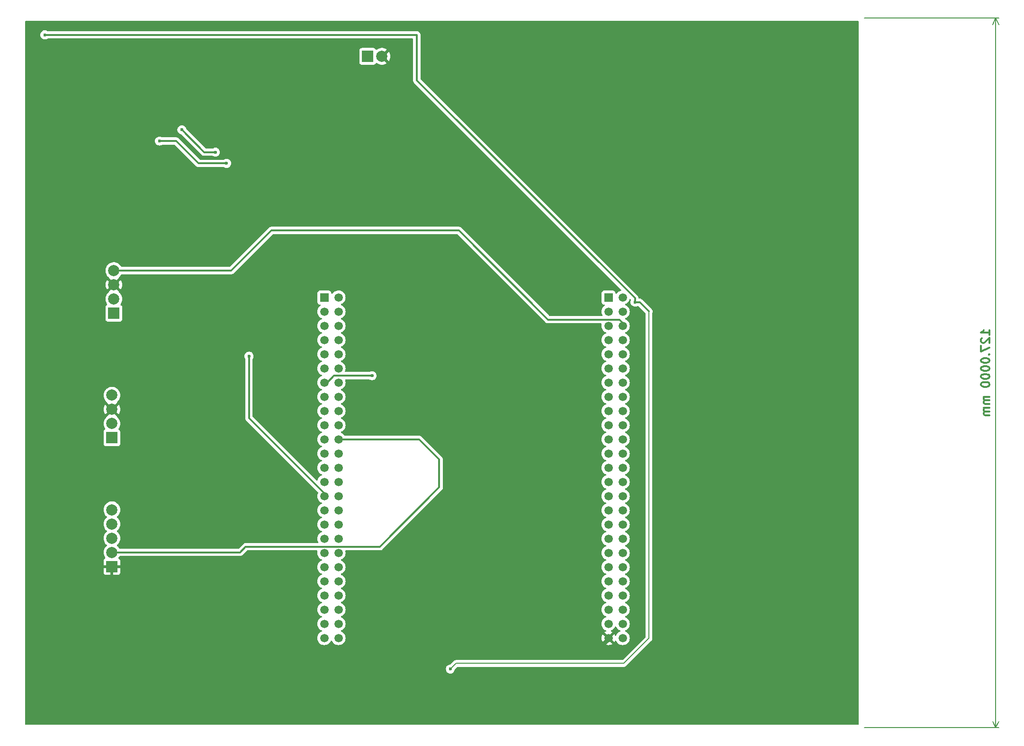
<source format=gbr>
%TF.GenerationSoftware,KiCad,Pcbnew,8.0.6*%
%TF.CreationDate,2025-01-17T17:45:08+05:30*%
%TF.ProjectId,stm32carrier_drive,73746d33-3263-4617-9272-6965725f6472,rev?*%
%TF.SameCoordinates,Original*%
%TF.FileFunction,Copper,L2,Bot*%
%TF.FilePolarity,Positive*%
%FSLAX46Y46*%
G04 Gerber Fmt 4.6, Leading zero omitted, Abs format (unit mm)*
G04 Created by KiCad (PCBNEW 8.0.6) date 2025-01-17 17:45:08*
%MOMM*%
%LPD*%
G01*
G04 APERTURE LIST*
%ADD10C,0.300000*%
%TA.AperFunction,NonConductor*%
%ADD11C,0.300000*%
%TD*%
%TA.AperFunction,NonConductor*%
%ADD12C,0.200000*%
%TD*%
%TA.AperFunction,ComponentPad*%
%ADD13R,2.000000X2.000000*%
%TD*%
%TA.AperFunction,ComponentPad*%
%ADD14C,2.000000*%
%TD*%
%TA.AperFunction,ComponentPad*%
%ADD15R,1.508000X1.508000*%
%TD*%
%TA.AperFunction,ComponentPad*%
%ADD16C,1.508000*%
%TD*%
%TA.AperFunction,ViaPad*%
%ADD17C,0.600000*%
%TD*%
%TA.AperFunction,Conductor*%
%ADD18C,0.300000*%
%TD*%
%TA.AperFunction,Conductor*%
%ADD19C,0.200000*%
%TD*%
G04 APERTURE END LIST*
D10*
D11*
X223378328Y-93214287D02*
X223378328Y-92357144D01*
X223378328Y-92785715D02*
X221878328Y-92785715D01*
X221878328Y-92785715D02*
X222092614Y-92642858D01*
X222092614Y-92642858D02*
X222235471Y-92500001D01*
X222235471Y-92500001D02*
X222306900Y-92357144D01*
X222021185Y-93785715D02*
X221949757Y-93857143D01*
X221949757Y-93857143D02*
X221878328Y-94000001D01*
X221878328Y-94000001D02*
X221878328Y-94357143D01*
X221878328Y-94357143D02*
X221949757Y-94500001D01*
X221949757Y-94500001D02*
X222021185Y-94571429D01*
X222021185Y-94571429D02*
X222164042Y-94642858D01*
X222164042Y-94642858D02*
X222306900Y-94642858D01*
X222306900Y-94642858D02*
X222521185Y-94571429D01*
X222521185Y-94571429D02*
X223378328Y-93714286D01*
X223378328Y-93714286D02*
X223378328Y-94642858D01*
X221878328Y-95142857D02*
X221878328Y-96142857D01*
X221878328Y-96142857D02*
X223378328Y-95500000D01*
X223235471Y-96714285D02*
X223306900Y-96785714D01*
X223306900Y-96785714D02*
X223378328Y-96714285D01*
X223378328Y-96714285D02*
X223306900Y-96642857D01*
X223306900Y-96642857D02*
X223235471Y-96714285D01*
X223235471Y-96714285D02*
X223378328Y-96714285D01*
X221878328Y-97714286D02*
X221878328Y-97857143D01*
X221878328Y-97857143D02*
X221949757Y-98000000D01*
X221949757Y-98000000D02*
X222021185Y-98071429D01*
X222021185Y-98071429D02*
X222164042Y-98142857D01*
X222164042Y-98142857D02*
X222449757Y-98214286D01*
X222449757Y-98214286D02*
X222806900Y-98214286D01*
X222806900Y-98214286D02*
X223092614Y-98142857D01*
X223092614Y-98142857D02*
X223235471Y-98071429D01*
X223235471Y-98071429D02*
X223306900Y-98000000D01*
X223306900Y-98000000D02*
X223378328Y-97857143D01*
X223378328Y-97857143D02*
X223378328Y-97714286D01*
X223378328Y-97714286D02*
X223306900Y-97571429D01*
X223306900Y-97571429D02*
X223235471Y-97500000D01*
X223235471Y-97500000D02*
X223092614Y-97428571D01*
X223092614Y-97428571D02*
X222806900Y-97357143D01*
X222806900Y-97357143D02*
X222449757Y-97357143D01*
X222449757Y-97357143D02*
X222164042Y-97428571D01*
X222164042Y-97428571D02*
X222021185Y-97500000D01*
X222021185Y-97500000D02*
X221949757Y-97571429D01*
X221949757Y-97571429D02*
X221878328Y-97714286D01*
X221878328Y-99142857D02*
X221878328Y-99285714D01*
X221878328Y-99285714D02*
X221949757Y-99428571D01*
X221949757Y-99428571D02*
X222021185Y-99500000D01*
X222021185Y-99500000D02*
X222164042Y-99571428D01*
X222164042Y-99571428D02*
X222449757Y-99642857D01*
X222449757Y-99642857D02*
X222806900Y-99642857D01*
X222806900Y-99642857D02*
X223092614Y-99571428D01*
X223092614Y-99571428D02*
X223235471Y-99500000D01*
X223235471Y-99500000D02*
X223306900Y-99428571D01*
X223306900Y-99428571D02*
X223378328Y-99285714D01*
X223378328Y-99285714D02*
X223378328Y-99142857D01*
X223378328Y-99142857D02*
X223306900Y-99000000D01*
X223306900Y-99000000D02*
X223235471Y-98928571D01*
X223235471Y-98928571D02*
X223092614Y-98857142D01*
X223092614Y-98857142D02*
X222806900Y-98785714D01*
X222806900Y-98785714D02*
X222449757Y-98785714D01*
X222449757Y-98785714D02*
X222164042Y-98857142D01*
X222164042Y-98857142D02*
X222021185Y-98928571D01*
X222021185Y-98928571D02*
X221949757Y-99000000D01*
X221949757Y-99000000D02*
X221878328Y-99142857D01*
X221878328Y-100571428D02*
X221878328Y-100714285D01*
X221878328Y-100714285D02*
X221949757Y-100857142D01*
X221949757Y-100857142D02*
X222021185Y-100928571D01*
X222021185Y-100928571D02*
X222164042Y-100999999D01*
X222164042Y-100999999D02*
X222449757Y-101071428D01*
X222449757Y-101071428D02*
X222806900Y-101071428D01*
X222806900Y-101071428D02*
X223092614Y-100999999D01*
X223092614Y-100999999D02*
X223235471Y-100928571D01*
X223235471Y-100928571D02*
X223306900Y-100857142D01*
X223306900Y-100857142D02*
X223378328Y-100714285D01*
X223378328Y-100714285D02*
X223378328Y-100571428D01*
X223378328Y-100571428D02*
X223306900Y-100428571D01*
X223306900Y-100428571D02*
X223235471Y-100357142D01*
X223235471Y-100357142D02*
X223092614Y-100285713D01*
X223092614Y-100285713D02*
X222806900Y-100214285D01*
X222806900Y-100214285D02*
X222449757Y-100214285D01*
X222449757Y-100214285D02*
X222164042Y-100285713D01*
X222164042Y-100285713D02*
X222021185Y-100357142D01*
X222021185Y-100357142D02*
X221949757Y-100428571D01*
X221949757Y-100428571D02*
X221878328Y-100571428D01*
X221878328Y-101999999D02*
X221878328Y-102142856D01*
X221878328Y-102142856D02*
X221949757Y-102285713D01*
X221949757Y-102285713D02*
X222021185Y-102357142D01*
X222021185Y-102357142D02*
X222164042Y-102428570D01*
X222164042Y-102428570D02*
X222449757Y-102499999D01*
X222449757Y-102499999D02*
X222806900Y-102499999D01*
X222806900Y-102499999D02*
X223092614Y-102428570D01*
X223092614Y-102428570D02*
X223235471Y-102357142D01*
X223235471Y-102357142D02*
X223306900Y-102285713D01*
X223306900Y-102285713D02*
X223378328Y-102142856D01*
X223378328Y-102142856D02*
X223378328Y-101999999D01*
X223378328Y-101999999D02*
X223306900Y-101857142D01*
X223306900Y-101857142D02*
X223235471Y-101785713D01*
X223235471Y-101785713D02*
X223092614Y-101714284D01*
X223092614Y-101714284D02*
X222806900Y-101642856D01*
X222806900Y-101642856D02*
X222449757Y-101642856D01*
X222449757Y-101642856D02*
X222164042Y-101714284D01*
X222164042Y-101714284D02*
X222021185Y-101785713D01*
X222021185Y-101785713D02*
X221949757Y-101857142D01*
X221949757Y-101857142D02*
X221878328Y-101999999D01*
X223378328Y-104285712D02*
X222378328Y-104285712D01*
X222521185Y-104285712D02*
X222449757Y-104357141D01*
X222449757Y-104357141D02*
X222378328Y-104499998D01*
X222378328Y-104499998D02*
X222378328Y-104714284D01*
X222378328Y-104714284D02*
X222449757Y-104857141D01*
X222449757Y-104857141D02*
X222592614Y-104928570D01*
X222592614Y-104928570D02*
X223378328Y-104928570D01*
X222592614Y-104928570D02*
X222449757Y-104999998D01*
X222449757Y-104999998D02*
X222378328Y-105142855D01*
X222378328Y-105142855D02*
X222378328Y-105357141D01*
X222378328Y-105357141D02*
X222449757Y-105499998D01*
X222449757Y-105499998D02*
X222592614Y-105571427D01*
X222592614Y-105571427D02*
X223378328Y-105571427D01*
X223378328Y-106285712D02*
X222378328Y-106285712D01*
X222521185Y-106285712D02*
X222449757Y-106357141D01*
X222449757Y-106357141D02*
X222378328Y-106499998D01*
X222378328Y-106499998D02*
X222378328Y-106714284D01*
X222378328Y-106714284D02*
X222449757Y-106857141D01*
X222449757Y-106857141D02*
X222592614Y-106928570D01*
X222592614Y-106928570D02*
X223378328Y-106928570D01*
X222592614Y-106928570D02*
X222449757Y-106999998D01*
X222449757Y-106999998D02*
X222378328Y-107142855D01*
X222378328Y-107142855D02*
X222378328Y-107357141D01*
X222378328Y-107357141D02*
X222449757Y-107499998D01*
X222449757Y-107499998D02*
X222592614Y-107571427D01*
X222592614Y-107571427D02*
X223378328Y-107571427D01*
D12*
X201000000Y-163500000D02*
X225086420Y-163500000D01*
X201000000Y-36500000D02*
X225086420Y-36500000D01*
X224500000Y-163500000D02*
X224500000Y-36500000D01*
X224500000Y-163500000D02*
X224500000Y-36500000D01*
X224500000Y-163500000D02*
X223913579Y-162373496D01*
X224500000Y-163500000D02*
X225086421Y-162373496D01*
X224500000Y-36500000D02*
X225086421Y-37626504D01*
X224500000Y-36500000D02*
X223913579Y-37626504D01*
D13*
%TO.P,J5,1,Pin_1*%
%TO.N,Vdd_5v*%
X112225000Y-43350000D03*
D14*
%TO.P,J5,2,Pin_2*%
%TO.N,GND*%
X114765000Y-43350000D03*
%TD*%
D13*
%TO.P,J3,1,Pin_1*%
%TO.N,Channel B_R*%
X66500000Y-111620000D03*
D14*
%TO.P,J3,2,Pin_2*%
%TO.N,Channel A_R*%
X66500000Y-109080000D03*
%TO.P,J3,3,Pin_3*%
%TO.N,GND*%
X66500000Y-106540000D03*
%TO.P,J3,4,Pin_4*%
%TO.N,Vcc_3v*%
X66500000Y-104000000D03*
%TD*%
D13*
%TO.P,J2,1,Pin_1*%
%TO.N,Channel B_L*%
X66850000Y-89310000D03*
D14*
%TO.P,J2,2,Pin_2*%
%TO.N,Channel A_L*%
X66850000Y-86770000D03*
%TO.P,J2,3,Pin_3*%
%TO.N,GND*%
X66850000Y-84230000D03*
%TO.P,J2,4,Pin_4*%
%TO.N,Vcc_3v*%
X66850000Y-81690000D03*
%TD*%
D15*
%TO.P,TB1,P1_1,GND*%
%TO.N,unconnected-(TB1-GND-PadP1_1)*%
X104460000Y-86500000D03*
D16*
%TO.P,TB1,P1_2,GND*%
%TO.N,unconnected-(TB1-GND-PadP1_2)*%
X107000000Y-86500000D03*
%TO.P,TB1,P1_3,VDD*%
%TO.N,unconnected-(TB1-VDD-PadP1_3)*%
X104460000Y-89040000D03*
%TO.P,TB1,P1_4,VDD*%
%TO.N,unconnected-(TB1-VDD-PadP1_4)*%
X107000000Y-89040000D03*
%TO.P,TB1,P1_5,GND*%
%TO.N,unconnected-(TB1-GND-PadP1_5)*%
X104460000Y-91580000D03*
%TO.P,TB1,P1_6,NRST*%
%TO.N,unconnected-(TB1-NRST-PadP1_6)*%
X107000000Y-91580000D03*
%TO.P,TB1,P1_7,PC1*%
%TO.N,unconnected-(TB1-PC1-PadP1_7)*%
X104460000Y-94120000D03*
%TO.P,TB1,P1_8,PC0*%
%TO.N,unconnected-(TB1-PC0-PadP1_8)*%
X107000000Y-94120000D03*
%TO.P,TB1,P1_9,PC3*%
%TO.N,unconnected-(TB1-PC3-PadP1_9)*%
X104460000Y-96660000D03*
%TO.P,TB1,P1_10,PC2*%
%TO.N,unconnected-(TB1-PC2-PadP1_10)*%
X107000000Y-96660000D03*
%TO.P,TB1,P1_11,PA1*%
%TO.N,Channel A_R*%
X104460000Y-99200000D03*
%TO.P,TB1,P1_12,PA0-WKUP*%
%TO.N,Channel A_L*%
X107000000Y-99200000D03*
%TO.P,TB1,P1_13,PA3*%
%TO.N,USART_RX*%
X104460000Y-101740000D03*
%TO.P,TB1,P1_14,PA2*%
%TO.N,USART_TX*%
X107000000Y-101740000D03*
%TO.P,TB1,P1_15,PA5*%
%TO.N,unconnected-(TB1-PA5-PadP1_15)*%
X104460000Y-104280000D03*
%TO.P,TB1,P1_16,PA4*%
%TO.N,unconnected-(TB1-PA4-PadP1_16)*%
X107000000Y-104280000D03*
%TO.P,TB1,P1_17,PA7*%
%TO.N,unconnected-(TB1-PA7-PadP1_17)*%
X104460000Y-106820000D03*
%TO.P,TB1,P1_18,PA6*%
%TO.N,PWM1_L*%
X107000000Y-106820000D03*
%TO.P,TB1,P1_19,PC5*%
%TO.N,unconnected-(TB1-PC5-PadP1_19)*%
X104460000Y-109360000D03*
%TO.P,TB1,P1_20,PC4*%
%TO.N,unconnected-(TB1-PC4-PadP1_20)*%
X107000000Y-109360000D03*
%TO.P,TB1,P1_21,PB1*%
%TO.N,unconnected-(TB1-PB1-PadP1_21)*%
X104460000Y-111900000D03*
%TO.P,TB1,P1_22,PB0*%
%TO.N,PWM2_R*%
X107000000Y-111900000D03*
%TO.P,TB1,P1_23,GND*%
%TO.N,unconnected-(TB1-GND-PadP1_23)*%
X104460000Y-114440000D03*
%TO.P,TB1,P1_24,PB2*%
%TO.N,unconnected-(TB1-PB2-PadP1_24)*%
X107000000Y-114440000D03*
%TO.P,TB1,P1_25,PE7*%
%TO.N,unconnected-(TB1-PE7-PadP1_25)*%
X104460000Y-116980000D03*
%TO.P,TB1,P1_26,PE8*%
%TO.N,unconnected-(TB1-PE8-PadP1_26)*%
X107000000Y-116980000D03*
%TO.P,TB1,P1_27,PE9*%
%TO.N,unconnected-(TB1-PE9-PadP1_27)*%
X104460000Y-119520000D03*
%TO.P,TB1,P1_28,PE10*%
%TO.N,unconnected-(TB1-PE10-PadP1_28)*%
X107000000Y-119520000D03*
%TO.P,TB1,P1_29,PE11*%
%TO.N,Channel B_L*%
X104460000Y-122060000D03*
%TO.P,TB1,P1_30,PE12*%
%TO.N,Channel B_R*%
X107000000Y-122060000D03*
%TO.P,TB1,P1_31,PE13*%
%TO.N,unconnected-(TB1-PE13-PadP1_31)*%
X104460000Y-124600000D03*
%TO.P,TB1,P1_32,PE14*%
%TO.N,unconnected-(TB1-PE14-PadP1_32)*%
X107000000Y-124600000D03*
%TO.P,TB1,P1_33,PE15*%
%TO.N,unconnected-(TB1-PE15-PadP1_33)*%
X104460000Y-127140000D03*
%TO.P,TB1,P1_34,PB10*%
%TO.N,SCL*%
X107000000Y-127140000D03*
%TO.P,TB1,P1_35,PB11*%
%TO.N,unconnected-(TB1-PB11-PadP1_35)*%
X104460000Y-129680000D03*
%TO.P,TB1,P1_36,PB12*%
%TO.N,unconnected-(TB1-PB12-PadP1_36)*%
X107000000Y-129680000D03*
%TO.P,TB1,P1_37,PB13*%
%TO.N,unconnected-(TB1-PB13-PadP1_37)*%
X104460000Y-132220000D03*
%TO.P,TB1,P1_38,PB14*%
%TO.N,unconnected-(TB1-PB14-PadP1_38)*%
X107000000Y-132220000D03*
%TO.P,TB1,P1_39,PB15*%
%TO.N,unconnected-(TB1-PB15-PadP1_39)*%
X104460000Y-134760000D03*
%TO.P,TB1,P1_40,PD8*%
%TO.N,unconnected-(TB1-PD8-PadP1_40)*%
X107000000Y-134760000D03*
%TO.P,TB1,P1_41,PD9*%
%TO.N,unconnected-(TB1-PD9-PadP1_41)*%
X104460000Y-137300000D03*
%TO.P,TB1,P1_42,PD10*%
%TO.N,unconnected-(TB1-PD10-PadP1_42)*%
X107000000Y-137300000D03*
%TO.P,TB1,P1_43,PD11*%
%TO.N,unconnected-(TB1-PD11-PadP1_43)*%
X104460000Y-139840000D03*
%TO.P,TB1,P1_44,PD12*%
%TO.N,unconnected-(TB1-PD12-PadP1_44)*%
X107000000Y-139840000D03*
%TO.P,TB1,P1_45,PD13*%
%TO.N,unconnected-(TB1-PD13-PadP1_45)*%
X104460000Y-142380000D03*
%TO.P,TB1,P1_46,PD14*%
%TO.N,Dir2_R*%
X107000000Y-142380000D03*
%TO.P,TB1,P1_47,PD15*%
%TO.N,Dir1_L*%
X104460000Y-144920000D03*
%TO.P,TB1,P1_48*%
%TO.N,N/C*%
X107000000Y-144920000D03*
%TO.P,TB1,P1_49,GND*%
%TO.N,unconnected-(TB1-GND-PadP1_49)*%
X104460000Y-147460000D03*
%TO.P,TB1,P1_50,GND*%
%TO.N,unconnected-(TB1-GND-PadP1_50)*%
X107000000Y-147460000D03*
D15*
%TO.P,TB1,P2_1,GND*%
%TO.N,unconnected-(TB1-GND-PadP2_1)*%
X155260000Y-86500000D03*
D16*
%TO.P,TB1,P2_2,GND*%
%TO.N,unconnected-(TB1-GND-PadP2_2)*%
X157800000Y-86500000D03*
%TO.P,TB1,P2_3,5V*%
%TO.N,Vdd_5v*%
X155260000Y-89040000D03*
%TO.P,TB1,P2_4,5V*%
%TO.N,Vcc_5v*%
X157800000Y-89040000D03*
%TO.P,TB1,P2_5,3V*%
%TO.N,unconnected-(TB1-3V-PadP2_5)*%
X155260000Y-91580000D03*
%TO.P,TB1,P2_6,3V*%
%TO.N,Vcc_3v*%
X157800000Y-91580000D03*
%TO.P,TB1,P2_7,PH0*%
%TO.N,unconnected-(TB1-PH0-PadP2_7)*%
X155260000Y-94120000D03*
%TO.P,TB1,P2_8,PH1*%
%TO.N,unconnected-(TB1-PH1-PadP2_8)*%
X157800000Y-94120000D03*
%TO.P,TB1,P2_9,PC14*%
%TO.N,unconnected-(TB1-PC14-PadP2_9)*%
X155260000Y-96660000D03*
%TO.P,TB1,P2_10,PC15*%
%TO.N,unconnected-(TB1-PC15-PadP2_10)*%
X157800000Y-96660000D03*
%TO.P,TB1,P2_11,PE6*%
%TO.N,unconnected-(TB1-PE6-PadP2_11)*%
X155260000Y-99200000D03*
%TO.P,TB1,P2_12,PC13*%
%TO.N,unconnected-(TB1-PC13-PadP2_12)*%
X157800000Y-99200000D03*
%TO.P,TB1,P2_13,PE4*%
%TO.N,unconnected-(TB1-PE4-PadP2_13)*%
X155260000Y-101740000D03*
%TO.P,TB1,P2_14,PE5*%
%TO.N,unconnected-(TB1-PE5-PadP2_14)*%
X157800000Y-101740000D03*
%TO.P,TB1,P2_15,PE2*%
%TO.N,unconnected-(TB1-PE2-PadP2_15)*%
X155260000Y-104280000D03*
%TO.P,TB1,P2_16,PE3*%
%TO.N,unconnected-(TB1-PE3-PadP2_16)*%
X157800000Y-104280000D03*
%TO.P,TB1,P2_17,PE0*%
%TO.N,unconnected-(TB1-PE0-PadP2_17)*%
X155260000Y-106820000D03*
%TO.P,TB1,P2_18,PE1*%
%TO.N,unconnected-(TB1-PE1-PadP2_18)*%
X157800000Y-106820000D03*
%TO.P,TB1,P2_19,PB8*%
%TO.N,unconnected-(TB1-PB8-PadP2_19)*%
X155260000Y-109360000D03*
%TO.P,TB1,P2_20,PB9*%
%TO.N,unconnected-(TB1-PB9-PadP2_20)*%
X157800000Y-109360000D03*
%TO.P,TB1,P2_21,BOOT0*%
%TO.N,unconnected-(TB1-BOOT0-PadP2_21)*%
X155260000Y-111900000D03*
%TO.P,TB1,P2_22,VDD*%
%TO.N,unconnected-(TB1-VDD-PadP2_22)*%
X157800000Y-111900000D03*
%TO.P,TB1,P2_23,PB6*%
%TO.N,unconnected-(TB1-PB6-PadP2_23)*%
X155260000Y-114440000D03*
%TO.P,TB1,P2_24,PB7*%
%TO.N,unconnected-(TB1-PB7-PadP2_24)*%
X157800000Y-114440000D03*
%TO.P,TB1,P2_25,PB4*%
%TO.N,unconnected-(TB1-PB4-PadP2_25)*%
X155260000Y-116980000D03*
%TO.P,TB1,P2_26,PB5*%
%TO.N,unconnected-(TB1-PB5-PadP2_26)*%
X157800000Y-116980000D03*
%TO.P,TB1,P2_27,PD7*%
%TO.N,unconnected-(TB1-PD7-PadP2_27)*%
X155260000Y-119520000D03*
%TO.P,TB1,P2_28,PB3*%
%TO.N,SDA*%
X157800000Y-119520000D03*
%TO.P,TB1,P2_29,PD5*%
%TO.N,unconnected-(TB1-PD5-PadP2_29)*%
X155260000Y-122060000D03*
%TO.P,TB1,P2_30,PD6*%
%TO.N,unconnected-(TB1-PD6-PadP2_30)*%
X157800000Y-122060000D03*
%TO.P,TB1,P2_31,PD3*%
%TO.N,unconnected-(TB1-PD3-PadP2_31)*%
X155260000Y-124600000D03*
%TO.P,TB1,P2_32,PD4*%
%TO.N,unconnected-(TB1-PD4-PadP2_32)*%
X157800000Y-124600000D03*
%TO.P,TB1,P2_33,PD1*%
%TO.N,unconnected-(TB1-PD1-PadP2_33)*%
X155260000Y-127140000D03*
%TO.P,TB1,P2_34,PD2*%
%TO.N,unconnected-(TB1-PD2-PadP2_34)*%
X157800000Y-127140000D03*
%TO.P,TB1,P2_35,PC12*%
%TO.N,unconnected-(TB1-PC12-PadP2_35)*%
X155260000Y-129680000D03*
%TO.P,TB1,P2_36,PD0*%
%TO.N,unconnected-(TB1-PD0-PadP2_36)*%
X157800000Y-129680000D03*
%TO.P,TB1,P2_37,PC10*%
%TO.N,unconnected-(TB1-PC10-PadP2_37)*%
X155260000Y-132220000D03*
%TO.P,TB1,P2_38,PC11*%
%TO.N,unconnected-(TB1-PC11-PadP2_38)*%
X157800000Y-132220000D03*
%TO.P,TB1,P2_39,PA14*%
%TO.N,unconnected-(TB1-PA14-PadP2_39)*%
X155260000Y-134760000D03*
%TO.P,TB1,P2_40,PA15*%
%TO.N,unconnected-(TB1-PA15-PadP2_40)*%
X157800000Y-134760000D03*
%TO.P,TB1,P2_41,PA10*%
%TO.N,unconnected-(TB1-PA10-PadP2_41)*%
X155260000Y-137300000D03*
%TO.P,TB1,P2_42,PA13*%
%TO.N,unconnected-(TB1-PA13-PadP2_42)*%
X157800000Y-137300000D03*
%TO.P,TB1,P2_43,PA8*%
%TO.N,unconnected-(TB1-PA8-PadP2_43)*%
X155260000Y-139840000D03*
%TO.P,TB1,P2_44,PA9*%
%TO.N,unconnected-(TB1-PA9-PadP2_44)*%
X157800000Y-139840000D03*
%TO.P,TB1,P2_45,PC8*%
%TO.N,unconnected-(TB1-PC8-PadP2_45)*%
X155260000Y-142380000D03*
%TO.P,TB1,P2_46,PC9*%
%TO.N,unconnected-(TB1-PC9-PadP2_46)*%
X157800000Y-142380000D03*
%TO.P,TB1,P2_47,PC6*%
%TO.N,unconnected-(TB1-PC6-PadP2_47)*%
X155260000Y-144920000D03*
%TO.P,TB1,P2_48,PC7*%
%TO.N,unconnected-(TB1-PC7-PadP2_48)*%
X157800000Y-144920000D03*
%TO.P,TB1,P2_49,GND*%
%TO.N,GND*%
X155260000Y-147460000D03*
%TO.P,TB1,P2_50,GND*%
%TO.N,unconnected-(TB1-GND-PadP2_50)*%
X157800000Y-147460000D03*
%TD*%
D13*
%TO.P,J4,1,Pin_1*%
%TO.N,GND*%
X66500000Y-134660000D03*
D14*
%TO.P,J4,2,Pin_2*%
%TO.N,PWM2_R*%
X66500000Y-132120000D03*
%TO.P,J4,3,Pin_3*%
%TO.N,Dir2_R*%
X66500000Y-129580000D03*
%TO.P,J4,4,Pin_4*%
%TO.N,PWM1_L*%
X66500000Y-127040000D03*
%TO.P,J4,5,Pin_5*%
%TO.N,Dir1_L*%
X66500000Y-124500000D03*
%TD*%
D17*
%TO.N,Vcc_5v*%
X127000000Y-153000000D03*
X160000000Y-87340000D03*
X54500000Y-39500000D03*
%TO.N,USART_RX*%
X75000000Y-58500000D03*
X113000000Y-100500000D03*
X87000000Y-62500000D03*
%TO.N,USART_TX*%
X85000000Y-60500000D03*
X79000000Y-56500000D03*
%TO.N,Channel B_L*%
X91000000Y-97000000D03*
%TD*%
D18*
%TO.N,GND*%
X61500000Y-106500000D02*
X61540000Y-106540000D01*
X152720000Y-150500000D02*
X155760000Y-147460000D01*
D19*
%TO.N,Vcc_5v*%
X128000000Y-152000000D02*
X158000000Y-152000000D01*
D18*
X121000000Y-47638708D02*
X121000000Y-39500000D01*
X160000000Y-87340000D02*
X160000000Y-86638708D01*
D19*
X158000000Y-152000000D02*
X162500000Y-147500000D01*
D18*
X121000000Y-39500000D02*
X54500000Y-39500000D01*
D19*
X127000000Y-153000000D02*
X128000000Y-152000000D01*
X162500000Y-147500000D02*
X162500000Y-89000000D01*
D18*
X160000000Y-86638708D02*
X121000000Y-47638708D01*
X160840000Y-87340000D02*
X160000000Y-87340000D01*
X162500000Y-89000000D02*
X160840000Y-87340000D01*
%TO.N,USART_RX*%
X75000000Y-58500000D02*
X78000000Y-58500000D01*
X106200000Y-100500000D02*
X113000000Y-100500000D01*
X82000000Y-62500000D02*
X87000000Y-62500000D01*
X104960000Y-101740000D02*
X106200000Y-100500000D01*
X78000000Y-58500000D02*
X82000000Y-62500000D01*
%TO.N,USART_TX*%
X83000000Y-60500000D02*
X85000000Y-60500000D01*
X79000000Y-56500000D02*
X83000000Y-60500000D01*
%TO.N,Vcc_3v*%
X128500000Y-74500000D02*
X144476000Y-90476000D01*
X95000000Y-74500000D02*
X128500000Y-74500000D01*
X144476000Y-90476000D02*
X157196000Y-90476000D01*
X66850000Y-81690000D02*
X87810000Y-81690000D01*
X157196000Y-90476000D02*
X158300000Y-91580000D01*
X87810000Y-81690000D02*
X95000000Y-74500000D01*
%TO.N,PWM2_R*%
X121400000Y-111900000D02*
X107500000Y-111900000D01*
X125000000Y-120500000D02*
X125000000Y-115500000D01*
X114384000Y-131116000D02*
X125000000Y-120500000D01*
X125000000Y-115500000D02*
X121400000Y-111900000D01*
X89380000Y-132120000D02*
X90384000Y-131116000D01*
X90384000Y-131116000D02*
X114384000Y-131116000D01*
X66500000Y-132120000D02*
X89380000Y-132120000D01*
%TO.N,Channel B_L*%
X91000000Y-97000000D02*
X91000000Y-108100000D01*
X91000000Y-108100000D02*
X104960000Y-122060000D01*
%TD*%
%TA.AperFunction,Conductor*%
%TO.N,GND*%
G36*
X156597864Y-145354502D02*
G01*
X156642382Y-145405879D01*
X156709419Y-145549642D01*
X156709423Y-145549650D01*
X156835322Y-145729452D01*
X156835327Y-145729458D01*
X156990541Y-145884672D01*
X156990547Y-145884677D01*
X157170349Y-146010576D01*
X157170351Y-146010577D01*
X157170354Y-146010579D01*
X157254963Y-146050032D01*
X157314120Y-146077618D01*
X157366560Y-146123790D01*
X157385712Y-146190983D01*
X157365496Y-146257865D01*
X157314120Y-146302382D01*
X157170357Y-146369419D01*
X157170349Y-146369423D01*
X156990547Y-146495322D01*
X156990541Y-146495327D01*
X156835327Y-146650541D01*
X156835322Y-146650547D01*
X156709423Y-146830349D01*
X156709421Y-146830353D01*
X156642106Y-146974711D01*
X156595933Y-147027150D01*
X156528740Y-147046302D01*
X156461859Y-147026086D01*
X156417342Y-146974711D01*
X156350144Y-146830605D01*
X156350142Y-146830601D01*
X156305996Y-146767555D01*
X155742962Y-147330589D01*
X155725925Y-147267007D01*
X155660099Y-147152993D01*
X155567007Y-147059901D01*
X155452993Y-146994075D01*
X155389409Y-146977037D01*
X155952443Y-146414003D01*
X155889392Y-146369854D01*
X155745288Y-146302657D01*
X155692849Y-146256484D01*
X155673697Y-146189291D01*
X155693913Y-146122410D01*
X155745288Y-146077893D01*
X155889646Y-146010579D01*
X156069457Y-145884674D01*
X156224674Y-145729457D01*
X156350579Y-145549646D01*
X156417618Y-145405878D01*
X156463790Y-145353439D01*
X156530983Y-145334287D01*
X156597864Y-145354502D01*
G37*
%TD.AperFunction*%
%TA.AperFunction,Conductor*%
G36*
X199942539Y-37020185D02*
G01*
X199988294Y-37072989D01*
X199999500Y-37124500D01*
X199999500Y-162875500D01*
X199979815Y-162942539D01*
X199927011Y-162988294D01*
X199875500Y-162999500D01*
X51124500Y-162999500D01*
X51057461Y-162979815D01*
X51011706Y-162927011D01*
X51000500Y-162875500D01*
X51000500Y-124499994D01*
X64994357Y-124499994D01*
X64994357Y-124500005D01*
X65014890Y-124747812D01*
X65014892Y-124747824D01*
X65075936Y-124988881D01*
X65175826Y-125216606D01*
X65311833Y-125424782D01*
X65311836Y-125424785D01*
X65480256Y-125607738D01*
X65563008Y-125672147D01*
X65603821Y-125728857D01*
X65607496Y-125798630D01*
X65572864Y-125859313D01*
X65563014Y-125867848D01*
X65546493Y-125880708D01*
X65480257Y-125932261D01*
X65311833Y-126115217D01*
X65175826Y-126323393D01*
X65075936Y-126551118D01*
X65014892Y-126792175D01*
X65014890Y-126792187D01*
X64994357Y-127039994D01*
X64994357Y-127040005D01*
X65014890Y-127287812D01*
X65014892Y-127287824D01*
X65075936Y-127528881D01*
X65175826Y-127756606D01*
X65311833Y-127964782D01*
X65311836Y-127964785D01*
X65480256Y-128147738D01*
X65563008Y-128212147D01*
X65603821Y-128268857D01*
X65607496Y-128338630D01*
X65572864Y-128399313D01*
X65563014Y-128407848D01*
X65546493Y-128420708D01*
X65480257Y-128472261D01*
X65311833Y-128655217D01*
X65175826Y-128863393D01*
X65075936Y-129091118D01*
X65014892Y-129332175D01*
X65014890Y-129332187D01*
X64994357Y-129579994D01*
X64994357Y-129580005D01*
X65014890Y-129827812D01*
X65014892Y-129827824D01*
X65075936Y-130068881D01*
X65175826Y-130296606D01*
X65311833Y-130504782D01*
X65311836Y-130504785D01*
X65480256Y-130687738D01*
X65563008Y-130752147D01*
X65603821Y-130808857D01*
X65607496Y-130878630D01*
X65572864Y-130939313D01*
X65563014Y-130947848D01*
X65546493Y-130960708D01*
X65480257Y-131012261D01*
X65311833Y-131195217D01*
X65175826Y-131403393D01*
X65075936Y-131631118D01*
X65014892Y-131872175D01*
X65014890Y-131872187D01*
X64994357Y-132119994D01*
X64994357Y-132120005D01*
X65014890Y-132367812D01*
X65014892Y-132367824D01*
X65075936Y-132608881D01*
X65175826Y-132836606D01*
X65307019Y-133037412D01*
X65327206Y-133104301D01*
X65308026Y-133171487D01*
X65262644Y-133214061D01*
X65257912Y-133216644D01*
X65142812Y-133302809D01*
X65142809Y-133302812D01*
X65056649Y-133417906D01*
X65056645Y-133417913D01*
X65006403Y-133552620D01*
X65006401Y-133552627D01*
X65000000Y-133612155D01*
X65000000Y-134410000D01*
X65951518Y-134410000D01*
X65940889Y-134428409D01*
X65900000Y-134581009D01*
X65900000Y-134738991D01*
X65940889Y-134891591D01*
X65951518Y-134910000D01*
X65000000Y-134910000D01*
X65000000Y-135707844D01*
X65006401Y-135767372D01*
X65006403Y-135767379D01*
X65056645Y-135902086D01*
X65056649Y-135902093D01*
X65142809Y-136017187D01*
X65142812Y-136017190D01*
X65257906Y-136103350D01*
X65257913Y-136103354D01*
X65392620Y-136153596D01*
X65392627Y-136153598D01*
X65452155Y-136159999D01*
X65452172Y-136160000D01*
X66250000Y-136160000D01*
X66250000Y-135208482D01*
X66268409Y-135219111D01*
X66421009Y-135260000D01*
X66578991Y-135260000D01*
X66731591Y-135219111D01*
X66750000Y-135208482D01*
X66750000Y-136160000D01*
X67547828Y-136160000D01*
X67547844Y-136159999D01*
X67607372Y-136153598D01*
X67607379Y-136153596D01*
X67742086Y-136103354D01*
X67742093Y-136103350D01*
X67857187Y-136017190D01*
X67857190Y-136017187D01*
X67943350Y-135902093D01*
X67943354Y-135902086D01*
X67993596Y-135767379D01*
X67993598Y-135767372D01*
X67999999Y-135707844D01*
X68000000Y-135707827D01*
X68000000Y-134910000D01*
X67048482Y-134910000D01*
X67059111Y-134891591D01*
X67100000Y-134738991D01*
X67100000Y-134581009D01*
X67059111Y-134428409D01*
X67048482Y-134410000D01*
X68000000Y-134410000D01*
X68000000Y-133612172D01*
X67999999Y-133612155D01*
X67993598Y-133552627D01*
X67993596Y-133552620D01*
X67943354Y-133417913D01*
X67943350Y-133417906D01*
X67857190Y-133302812D01*
X67857187Y-133302809D01*
X67742088Y-133216645D01*
X67737359Y-133214063D01*
X67687955Y-133164657D01*
X67673105Y-133096383D01*
X67692981Y-133037412D01*
X67824173Y-132836607D01*
X67824176Y-132836598D01*
X67824786Y-132835475D01*
X67825157Y-132835100D01*
X67826979Y-132832313D01*
X67827552Y-132832687D01*
X67874009Y-132785888D01*
X67933837Y-132770500D01*
X89444071Y-132770500D01*
X89528615Y-132753682D01*
X89569744Y-132745501D01*
X89688127Y-132696465D01*
X89691945Y-132693914D01*
X89794669Y-132625277D01*
X90617127Y-131802819D01*
X90678450Y-131769334D01*
X90704808Y-131766500D01*
X103121161Y-131766500D01*
X103188200Y-131786185D01*
X103233955Y-131838989D01*
X103243899Y-131908147D01*
X103240936Y-131922594D01*
X103219839Y-132001324D01*
X103219838Y-132001331D01*
X103200708Y-132219997D01*
X103200708Y-132220002D01*
X103213640Y-132367824D01*
X103219839Y-132438674D01*
X103276653Y-132650703D01*
X103276654Y-132650706D01*
X103276655Y-132650708D01*
X103369419Y-132849642D01*
X103369423Y-132849650D01*
X103495322Y-133029452D01*
X103495327Y-133029458D01*
X103650541Y-133184672D01*
X103650547Y-133184677D01*
X103830349Y-133310576D01*
X103830351Y-133310577D01*
X103830354Y-133310579D01*
X103914963Y-133350032D01*
X103974120Y-133377618D01*
X104026560Y-133423790D01*
X104045712Y-133490983D01*
X104025496Y-133557865D01*
X103974120Y-133602382D01*
X103830357Y-133669419D01*
X103830349Y-133669423D01*
X103650547Y-133795322D01*
X103650541Y-133795327D01*
X103495327Y-133950541D01*
X103495322Y-133950547D01*
X103369423Y-134130349D01*
X103369419Y-134130357D01*
X103276655Y-134329291D01*
X103219839Y-134541324D01*
X103219838Y-134541331D01*
X103216367Y-134581009D01*
X103200708Y-134760000D01*
X103219839Y-134978674D01*
X103276653Y-135190703D01*
X103276654Y-135190706D01*
X103276655Y-135190708D01*
X103369419Y-135389642D01*
X103369423Y-135389650D01*
X103495322Y-135569452D01*
X103495327Y-135569458D01*
X103650541Y-135724672D01*
X103650547Y-135724677D01*
X103830349Y-135850576D01*
X103830351Y-135850577D01*
X103830354Y-135850579D01*
X103914963Y-135890032D01*
X103974120Y-135917618D01*
X104026560Y-135963790D01*
X104045712Y-136030983D01*
X104025496Y-136097865D01*
X103974120Y-136142382D01*
X103830357Y-136209419D01*
X103830349Y-136209423D01*
X103650547Y-136335322D01*
X103650541Y-136335327D01*
X103495327Y-136490541D01*
X103495322Y-136490547D01*
X103369423Y-136670349D01*
X103369419Y-136670357D01*
X103276655Y-136869291D01*
X103219839Y-137081324D01*
X103219838Y-137081331D01*
X103200708Y-137299997D01*
X103200708Y-137300000D01*
X103219839Y-137518674D01*
X103276653Y-137730703D01*
X103276654Y-137730706D01*
X103276655Y-137730708D01*
X103369419Y-137929642D01*
X103369423Y-137929650D01*
X103495322Y-138109452D01*
X103495327Y-138109458D01*
X103650541Y-138264672D01*
X103650547Y-138264677D01*
X103830349Y-138390576D01*
X103830351Y-138390577D01*
X103830354Y-138390579D01*
X103914963Y-138430032D01*
X103974120Y-138457618D01*
X104026560Y-138503790D01*
X104045712Y-138570983D01*
X104025496Y-138637865D01*
X103974120Y-138682382D01*
X103830357Y-138749419D01*
X103830349Y-138749423D01*
X103650547Y-138875322D01*
X103650541Y-138875327D01*
X103495327Y-139030541D01*
X103495322Y-139030547D01*
X103369423Y-139210349D01*
X103369419Y-139210357D01*
X103276655Y-139409291D01*
X103219839Y-139621324D01*
X103219838Y-139621331D01*
X103200708Y-139839997D01*
X103200708Y-139840000D01*
X103219839Y-140058674D01*
X103276653Y-140270703D01*
X103276654Y-140270706D01*
X103276655Y-140270708D01*
X103369419Y-140469642D01*
X103369423Y-140469650D01*
X103495322Y-140649452D01*
X103495327Y-140649458D01*
X103650541Y-140804672D01*
X103650547Y-140804677D01*
X103830349Y-140930576D01*
X103830351Y-140930577D01*
X103830354Y-140930579D01*
X103914963Y-140970032D01*
X103974120Y-140997618D01*
X104026560Y-141043790D01*
X104045712Y-141110983D01*
X104025496Y-141177865D01*
X103974120Y-141222382D01*
X103830357Y-141289419D01*
X103830349Y-141289423D01*
X103650547Y-141415322D01*
X103650541Y-141415327D01*
X103495327Y-141570541D01*
X103495322Y-141570547D01*
X103369423Y-141750349D01*
X103369419Y-141750357D01*
X103276655Y-141949291D01*
X103219839Y-142161324D01*
X103219838Y-142161331D01*
X103200708Y-142379997D01*
X103200708Y-142380000D01*
X103219839Y-142598674D01*
X103276653Y-142810703D01*
X103276654Y-142810706D01*
X103276655Y-142810708D01*
X103369419Y-143009642D01*
X103369423Y-143009650D01*
X103495322Y-143189452D01*
X103495327Y-143189458D01*
X103650541Y-143344672D01*
X103650547Y-143344677D01*
X103830349Y-143470576D01*
X103830351Y-143470577D01*
X103830354Y-143470579D01*
X103914963Y-143510032D01*
X103974120Y-143537618D01*
X104026560Y-143583790D01*
X104045712Y-143650983D01*
X104025496Y-143717865D01*
X103974120Y-143762382D01*
X103830357Y-143829419D01*
X103830349Y-143829423D01*
X103650547Y-143955322D01*
X103650541Y-143955327D01*
X103495327Y-144110541D01*
X103495322Y-144110547D01*
X103369423Y-144290349D01*
X103369419Y-144290357D01*
X103276655Y-144489291D01*
X103219839Y-144701324D01*
X103219838Y-144701331D01*
X103200708Y-144919997D01*
X103200708Y-144920000D01*
X103219839Y-145138674D01*
X103276653Y-145350703D01*
X103276654Y-145350706D01*
X103276655Y-145350708D01*
X103369419Y-145549642D01*
X103369423Y-145549650D01*
X103495322Y-145729452D01*
X103495327Y-145729458D01*
X103650541Y-145884672D01*
X103650547Y-145884677D01*
X103830349Y-146010576D01*
X103830351Y-146010577D01*
X103830354Y-146010579D01*
X103914963Y-146050032D01*
X103974120Y-146077618D01*
X104026560Y-146123790D01*
X104045712Y-146190983D01*
X104025496Y-146257865D01*
X103974120Y-146302382D01*
X103830357Y-146369419D01*
X103830349Y-146369423D01*
X103650547Y-146495322D01*
X103650541Y-146495327D01*
X103495327Y-146650541D01*
X103495322Y-146650547D01*
X103369423Y-146830349D01*
X103369419Y-146830357D01*
X103276655Y-147029291D01*
X103276653Y-147029295D01*
X103276653Y-147029297D01*
X103268453Y-147059901D01*
X103219839Y-147241324D01*
X103219838Y-147241331D01*
X103200708Y-147459997D01*
X103200708Y-147460002D01*
X103219831Y-147678592D01*
X103219839Y-147678674D01*
X103276653Y-147890703D01*
X103276654Y-147890706D01*
X103276655Y-147890708D01*
X103369419Y-148089642D01*
X103369423Y-148089650D01*
X103495322Y-148269452D01*
X103495327Y-148269458D01*
X103650541Y-148424672D01*
X103650547Y-148424677D01*
X103830349Y-148550576D01*
X103830351Y-148550577D01*
X103830354Y-148550579D01*
X104029297Y-148643347D01*
X104241326Y-148700161D01*
X104397521Y-148713826D01*
X104459998Y-148719292D01*
X104460000Y-148719292D01*
X104460002Y-148719292D01*
X104514668Y-148714509D01*
X104678674Y-148700161D01*
X104890703Y-148643347D01*
X105089646Y-148550579D01*
X105269457Y-148424674D01*
X105424674Y-148269457D01*
X105550579Y-148089646D01*
X105617618Y-147945878D01*
X105663790Y-147893439D01*
X105730983Y-147874287D01*
X105797864Y-147894502D01*
X105842381Y-147945878D01*
X105858535Y-147980520D01*
X105909419Y-148089642D01*
X105909423Y-148089650D01*
X106035322Y-148269452D01*
X106035327Y-148269458D01*
X106190541Y-148424672D01*
X106190547Y-148424677D01*
X106370349Y-148550576D01*
X106370351Y-148550577D01*
X106370354Y-148550579D01*
X106569297Y-148643347D01*
X106781326Y-148700161D01*
X106937521Y-148713826D01*
X106999998Y-148719292D01*
X107000000Y-148719292D01*
X107000002Y-148719292D01*
X107054668Y-148714509D01*
X107218674Y-148700161D01*
X107430703Y-148643347D01*
X107629646Y-148550579D01*
X107809457Y-148424674D01*
X107964674Y-148269457D01*
X108090579Y-148089646D01*
X108183347Y-147890703D01*
X108240161Y-147678674D01*
X108259292Y-147460000D01*
X108240161Y-147241326D01*
X108183347Y-147029297D01*
X108090579Y-146830354D01*
X108090577Y-146830351D01*
X108090576Y-146830349D01*
X107964677Y-146650547D01*
X107964672Y-146650541D01*
X107809458Y-146495327D01*
X107809452Y-146495322D01*
X107629650Y-146369423D01*
X107629642Y-146369419D01*
X107485879Y-146302382D01*
X107433439Y-146256210D01*
X107414287Y-146189017D01*
X107434502Y-146122136D01*
X107485879Y-146077618D01*
X107629646Y-146010579D01*
X107809457Y-145884674D01*
X107964674Y-145729457D01*
X108090579Y-145549646D01*
X108183347Y-145350703D01*
X108240161Y-145138674D01*
X108259292Y-144920000D01*
X108240161Y-144701326D01*
X108183347Y-144489297D01*
X108090579Y-144290354D01*
X108090577Y-144290351D01*
X108090576Y-144290349D01*
X107964677Y-144110547D01*
X107964672Y-144110541D01*
X107809458Y-143955327D01*
X107809452Y-143955322D01*
X107629650Y-143829423D01*
X107629642Y-143829419D01*
X107485879Y-143762382D01*
X107433439Y-143716210D01*
X107414287Y-143649017D01*
X107434502Y-143582136D01*
X107485879Y-143537618D01*
X107629646Y-143470579D01*
X107809457Y-143344674D01*
X107964674Y-143189457D01*
X108090579Y-143009646D01*
X108183347Y-142810703D01*
X108240161Y-142598674D01*
X108259292Y-142380000D01*
X108240161Y-142161326D01*
X108183347Y-141949297D01*
X108090579Y-141750354D01*
X108090577Y-141750351D01*
X108090576Y-141750349D01*
X107964677Y-141570547D01*
X107964672Y-141570541D01*
X107809458Y-141415327D01*
X107809452Y-141415322D01*
X107629650Y-141289423D01*
X107629642Y-141289419D01*
X107485879Y-141222382D01*
X107433439Y-141176210D01*
X107414287Y-141109017D01*
X107434502Y-141042136D01*
X107485879Y-140997618D01*
X107629646Y-140930579D01*
X107809457Y-140804674D01*
X107964674Y-140649457D01*
X108090579Y-140469646D01*
X108183347Y-140270703D01*
X108240161Y-140058674D01*
X108259292Y-139840000D01*
X108240161Y-139621326D01*
X108183347Y-139409297D01*
X108090579Y-139210354D01*
X108090577Y-139210351D01*
X108090576Y-139210349D01*
X107964677Y-139030547D01*
X107964672Y-139030541D01*
X107809458Y-138875327D01*
X107809452Y-138875322D01*
X107629650Y-138749423D01*
X107629642Y-138749419D01*
X107485879Y-138682382D01*
X107433439Y-138636210D01*
X107414287Y-138569017D01*
X107434502Y-138502136D01*
X107485879Y-138457618D01*
X107629646Y-138390579D01*
X107809457Y-138264674D01*
X107964674Y-138109457D01*
X108090579Y-137929646D01*
X108183347Y-137730703D01*
X108240161Y-137518674D01*
X108259292Y-137300000D01*
X108240161Y-137081326D01*
X108183347Y-136869297D01*
X108090579Y-136670354D01*
X108090577Y-136670351D01*
X108090576Y-136670349D01*
X107964677Y-136490547D01*
X107964672Y-136490541D01*
X107809458Y-136335327D01*
X107809452Y-136335322D01*
X107629650Y-136209423D01*
X107629642Y-136209419D01*
X107569497Y-136181373D01*
X107485878Y-136142381D01*
X107433439Y-136096210D01*
X107414287Y-136029017D01*
X107434502Y-135962136D01*
X107485879Y-135917618D01*
X107629646Y-135850579D01*
X107809457Y-135724674D01*
X107964674Y-135569457D01*
X108090579Y-135389646D01*
X108183347Y-135190703D01*
X108240161Y-134978674D01*
X108259292Y-134760000D01*
X108240161Y-134541326D01*
X108183347Y-134329297D01*
X108090579Y-134130354D01*
X108090577Y-134130351D01*
X108090576Y-134130349D01*
X107964677Y-133950547D01*
X107964672Y-133950541D01*
X107809458Y-133795327D01*
X107809452Y-133795322D01*
X107629650Y-133669423D01*
X107629642Y-133669419D01*
X107485879Y-133602382D01*
X107433439Y-133556210D01*
X107414287Y-133489017D01*
X107434502Y-133422136D01*
X107485879Y-133377618D01*
X107629646Y-133310579D01*
X107809457Y-133184674D01*
X107964674Y-133029457D01*
X108090579Y-132849646D01*
X108183347Y-132650703D01*
X108240161Y-132438674D01*
X108259292Y-132220000D01*
X108240161Y-132001326D01*
X108219064Y-131922592D01*
X108220727Y-131852744D01*
X108259889Y-131794882D01*
X108324117Y-131767377D01*
X108338839Y-131766500D01*
X114448071Y-131766500D01*
X114532615Y-131749682D01*
X114573744Y-131741501D01*
X114692127Y-131692465D01*
X114798669Y-131621277D01*
X125505276Y-120914669D01*
X125576465Y-120808127D01*
X125625501Y-120689744D01*
X125641248Y-120610579D01*
X125650500Y-120564069D01*
X125650500Y-115435931D01*
X125650500Y-115435928D01*
X125625502Y-115310261D01*
X125625501Y-115310260D01*
X125625501Y-115310256D01*
X125576465Y-115191873D01*
X125505277Y-115085331D01*
X125505275Y-115085329D01*
X125505273Y-115085326D01*
X121814673Y-111394726D01*
X121814669Y-111394723D01*
X121708127Y-111323535D01*
X121589744Y-111274499D01*
X121589738Y-111274497D01*
X121464071Y-111249500D01*
X121464069Y-111249500D01*
X108140528Y-111249500D01*
X108073489Y-111229815D01*
X108038953Y-111196624D01*
X108026036Y-111178177D01*
X107964674Y-111090543D01*
X107809457Y-110935326D01*
X107809455Y-110935325D01*
X107809452Y-110935322D01*
X107629650Y-110809423D01*
X107629642Y-110809419D01*
X107485879Y-110742382D01*
X107433439Y-110696210D01*
X107414287Y-110629017D01*
X107434502Y-110562136D01*
X107485879Y-110517618D01*
X107629646Y-110450579D01*
X107809457Y-110324674D01*
X107964674Y-110169457D01*
X108090579Y-109989646D01*
X108183347Y-109790703D01*
X108240161Y-109578674D01*
X108259292Y-109360000D01*
X108240161Y-109141326D01*
X108183347Y-108929297D01*
X108090579Y-108730354D01*
X108090577Y-108730351D01*
X108090576Y-108730349D01*
X107964677Y-108550547D01*
X107964672Y-108550541D01*
X107809458Y-108395327D01*
X107809452Y-108395322D01*
X107629650Y-108269423D01*
X107629642Y-108269419D01*
X107485879Y-108202382D01*
X107433439Y-108156210D01*
X107414287Y-108089017D01*
X107434502Y-108022136D01*
X107485879Y-107977618D01*
X107497365Y-107972262D01*
X107629646Y-107910579D01*
X107809457Y-107784674D01*
X107964674Y-107629457D01*
X108090579Y-107449646D01*
X108183347Y-107250703D01*
X108240161Y-107038674D01*
X108259292Y-106820000D01*
X108240161Y-106601326D01*
X108183347Y-106389297D01*
X108090579Y-106190354D01*
X108090577Y-106190351D01*
X108090576Y-106190349D01*
X107964677Y-106010547D01*
X107964672Y-106010541D01*
X107809458Y-105855327D01*
X107809452Y-105855322D01*
X107629650Y-105729423D01*
X107629642Y-105729419D01*
X107485879Y-105662382D01*
X107433439Y-105616210D01*
X107414287Y-105549017D01*
X107434502Y-105482136D01*
X107485879Y-105437618D01*
X107629646Y-105370579D01*
X107809457Y-105244674D01*
X107964674Y-105089457D01*
X108090579Y-104909646D01*
X108183347Y-104710703D01*
X108240161Y-104498674D01*
X108259292Y-104280000D01*
X108240161Y-104061326D01*
X108183347Y-103849297D01*
X108090579Y-103650354D01*
X108090577Y-103650351D01*
X108090576Y-103650349D01*
X107964677Y-103470547D01*
X107964672Y-103470541D01*
X107809458Y-103315327D01*
X107809452Y-103315322D01*
X107629650Y-103189423D01*
X107629642Y-103189419D01*
X107485879Y-103122382D01*
X107433439Y-103076210D01*
X107414287Y-103009017D01*
X107434502Y-102942136D01*
X107485879Y-102897618D01*
X107497365Y-102892262D01*
X107629646Y-102830579D01*
X107809457Y-102704674D01*
X107964674Y-102549457D01*
X108090579Y-102369646D01*
X108183347Y-102170703D01*
X108240161Y-101958674D01*
X108259292Y-101740000D01*
X108240161Y-101521326D01*
X108183347Y-101309297D01*
X108183345Y-101309293D01*
X108182622Y-101306594D01*
X108184285Y-101236744D01*
X108223447Y-101178882D01*
X108287675Y-101151377D01*
X108302397Y-101150500D01*
X112494932Y-101150500D01*
X112560904Y-101169506D01*
X112650477Y-101225789D01*
X112650481Y-101225790D01*
X112820737Y-101285366D01*
X112820743Y-101285367D01*
X112820745Y-101285368D01*
X112820746Y-101285368D01*
X112820750Y-101285369D01*
X112999996Y-101305565D01*
X113000000Y-101305565D01*
X113000004Y-101305565D01*
X113179249Y-101285369D01*
X113179252Y-101285368D01*
X113179255Y-101285368D01*
X113349522Y-101225789D01*
X113502262Y-101129816D01*
X113629816Y-101002262D01*
X113725789Y-100849522D01*
X113785368Y-100679255D01*
X113786828Y-100666300D01*
X113805565Y-100500003D01*
X113805565Y-100499996D01*
X113785369Y-100320750D01*
X113785368Y-100320745D01*
X113748471Y-100215299D01*
X113725789Y-100150478D01*
X113724079Y-100147757D01*
X113682945Y-100082293D01*
X113629816Y-99997738D01*
X113502262Y-99870184D01*
X113439096Y-99830494D01*
X113349523Y-99774211D01*
X113179254Y-99714631D01*
X113179249Y-99714630D01*
X113000004Y-99694435D01*
X112999996Y-99694435D01*
X112820750Y-99714630D01*
X112820737Y-99714633D01*
X112650481Y-99774209D01*
X112650477Y-99774210D01*
X112560904Y-99830494D01*
X112494932Y-99849500D01*
X108275961Y-99849500D01*
X108208922Y-99829815D01*
X108163167Y-99777011D01*
X108153223Y-99707853D01*
X108163579Y-99673095D01*
X108183347Y-99630703D01*
X108240161Y-99418674D01*
X108259292Y-99200000D01*
X108240161Y-98981326D01*
X108183347Y-98769297D01*
X108090579Y-98570354D01*
X108090577Y-98570351D01*
X108090576Y-98570349D01*
X107964677Y-98390547D01*
X107964672Y-98390541D01*
X107809458Y-98235327D01*
X107809452Y-98235322D01*
X107629650Y-98109423D01*
X107629642Y-98109419D01*
X107485879Y-98042382D01*
X107433439Y-97996210D01*
X107414287Y-97929017D01*
X107434502Y-97862136D01*
X107485879Y-97817618D01*
X107629646Y-97750579D01*
X107809457Y-97624674D01*
X107964674Y-97469457D01*
X108090579Y-97289646D01*
X108183347Y-97090703D01*
X108240161Y-96878674D01*
X108259292Y-96660000D01*
X108240161Y-96441326D01*
X108183347Y-96229297D01*
X108090579Y-96030354D01*
X108090577Y-96030351D01*
X108090576Y-96030349D01*
X107964677Y-95850547D01*
X107964672Y-95850541D01*
X107809458Y-95695327D01*
X107809452Y-95695322D01*
X107629650Y-95569423D01*
X107629642Y-95569419D01*
X107485879Y-95502382D01*
X107433439Y-95456210D01*
X107414287Y-95389017D01*
X107434502Y-95322136D01*
X107485879Y-95277618D01*
X107629646Y-95210579D01*
X107809457Y-95084674D01*
X107964674Y-94929457D01*
X108090579Y-94749646D01*
X108183347Y-94550703D01*
X108240161Y-94338674D01*
X108259292Y-94120000D01*
X108240161Y-93901326D01*
X108183347Y-93689297D01*
X108090579Y-93490354D01*
X108090577Y-93490351D01*
X108090576Y-93490349D01*
X107964677Y-93310547D01*
X107964672Y-93310541D01*
X107809458Y-93155327D01*
X107809452Y-93155322D01*
X107629650Y-93029423D01*
X107629642Y-93029419D01*
X107485879Y-92962382D01*
X107433439Y-92916210D01*
X107414287Y-92849017D01*
X107434502Y-92782136D01*
X107485879Y-92737618D01*
X107629646Y-92670579D01*
X107809457Y-92544674D01*
X107964674Y-92389457D01*
X108090579Y-92209646D01*
X108183347Y-92010703D01*
X108240161Y-91798674D01*
X108259292Y-91580000D01*
X108240161Y-91361326D01*
X108183347Y-91149297D01*
X108090579Y-90950354D01*
X108090577Y-90950351D01*
X108090576Y-90950349D01*
X107964677Y-90770547D01*
X107964672Y-90770541D01*
X107809458Y-90615327D01*
X107809452Y-90615322D01*
X107629650Y-90489423D01*
X107629642Y-90489419D01*
X107485879Y-90422382D01*
X107433439Y-90376210D01*
X107414287Y-90309017D01*
X107434502Y-90242136D01*
X107485879Y-90197618D01*
X107629646Y-90130579D01*
X107809457Y-90004674D01*
X107964674Y-89849457D01*
X108090579Y-89669646D01*
X108183347Y-89470703D01*
X108240161Y-89258674D01*
X108259292Y-89040000D01*
X108240161Y-88821326D01*
X108183347Y-88609297D01*
X108090579Y-88410354D01*
X108090577Y-88410351D01*
X108090576Y-88410349D01*
X107964677Y-88230547D01*
X107964672Y-88230541D01*
X107809458Y-88075327D01*
X107809452Y-88075322D01*
X107629650Y-87949423D01*
X107629642Y-87949419D01*
X107485879Y-87882382D01*
X107433439Y-87836210D01*
X107414287Y-87769017D01*
X107434502Y-87702136D01*
X107485879Y-87657618D01*
X107629646Y-87590579D01*
X107809457Y-87464674D01*
X107964674Y-87309457D01*
X108090579Y-87129646D01*
X108183347Y-86930703D01*
X108240161Y-86718674D01*
X108259292Y-86500000D01*
X108254827Y-86448969D01*
X108240161Y-86281331D01*
X108240161Y-86281326D01*
X108183347Y-86069297D01*
X108090579Y-85870354D01*
X108090577Y-85870351D01*
X108090576Y-85870349D01*
X107964677Y-85690547D01*
X107964672Y-85690541D01*
X107809458Y-85535327D01*
X107809452Y-85535322D01*
X107629650Y-85409423D01*
X107629642Y-85409419D01*
X107430708Y-85316655D01*
X107430706Y-85316654D01*
X107430703Y-85316653D01*
X107254729Y-85269500D01*
X107218675Y-85259839D01*
X107218668Y-85259838D01*
X107000002Y-85240708D01*
X106999998Y-85240708D01*
X106781331Y-85259838D01*
X106781324Y-85259839D01*
X106658902Y-85292642D01*
X106569297Y-85316653D01*
X106569295Y-85316653D01*
X106569291Y-85316655D01*
X106370357Y-85409419D01*
X106370349Y-85409423D01*
X106190547Y-85535322D01*
X106190541Y-85535327D01*
X106035327Y-85690541D01*
X106035326Y-85690543D01*
X105940074Y-85826577D01*
X105885497Y-85870201D01*
X105815998Y-85877394D01*
X105753644Y-85845872D01*
X105718230Y-85785642D01*
X105714499Y-85755453D01*
X105714499Y-85698129D01*
X105714498Y-85698123D01*
X105714497Y-85698116D01*
X105708091Y-85638517D01*
X105686904Y-85581713D01*
X105657797Y-85503671D01*
X105657793Y-85503664D01*
X105571547Y-85388455D01*
X105571544Y-85388452D01*
X105456335Y-85302206D01*
X105456328Y-85302202D01*
X105321482Y-85251908D01*
X105321483Y-85251908D01*
X105261883Y-85245501D01*
X105261881Y-85245500D01*
X105261873Y-85245500D01*
X105261864Y-85245500D01*
X103658129Y-85245500D01*
X103658123Y-85245501D01*
X103598516Y-85251908D01*
X103463671Y-85302202D01*
X103463664Y-85302206D01*
X103348455Y-85388452D01*
X103348452Y-85388455D01*
X103262206Y-85503664D01*
X103262202Y-85503671D01*
X103211908Y-85638517D01*
X103206315Y-85690543D01*
X103205501Y-85698123D01*
X103205500Y-85698135D01*
X103205500Y-87301870D01*
X103205501Y-87301876D01*
X103211908Y-87361483D01*
X103262202Y-87496328D01*
X103262206Y-87496335D01*
X103348452Y-87611544D01*
X103348455Y-87611547D01*
X103463664Y-87697793D01*
X103463671Y-87697797D01*
X103598517Y-87748091D01*
X103598516Y-87748091D01*
X103605444Y-87748835D01*
X103658127Y-87754500D01*
X103715453Y-87754499D01*
X103782490Y-87774182D01*
X103828246Y-87826986D01*
X103838190Y-87896144D01*
X103809166Y-87959700D01*
X103786576Y-87980074D01*
X103650543Y-88075326D01*
X103650541Y-88075327D01*
X103495327Y-88230541D01*
X103495322Y-88230547D01*
X103369423Y-88410349D01*
X103369419Y-88410357D01*
X103276655Y-88609291D01*
X103219839Y-88821324D01*
X103219838Y-88821331D01*
X103200708Y-89039997D01*
X103200708Y-89040002D01*
X103213808Y-89189744D01*
X103219839Y-89258674D01*
X103276653Y-89470703D01*
X103276654Y-89470706D01*
X103276655Y-89470708D01*
X103369419Y-89669642D01*
X103369423Y-89669650D01*
X103495322Y-89849452D01*
X103495327Y-89849458D01*
X103650541Y-90004672D01*
X103650547Y-90004677D01*
X103830349Y-90130576D01*
X103830351Y-90130577D01*
X103830354Y-90130579D01*
X103914963Y-90170032D01*
X103974120Y-90197618D01*
X104026560Y-90243790D01*
X104045712Y-90310983D01*
X104025496Y-90377865D01*
X103974120Y-90422382D01*
X103830357Y-90489419D01*
X103830349Y-90489423D01*
X103650547Y-90615322D01*
X103650541Y-90615327D01*
X103495327Y-90770541D01*
X103495322Y-90770547D01*
X103369423Y-90950349D01*
X103369419Y-90950357D01*
X103276655Y-91149291D01*
X103219839Y-91361324D01*
X103219838Y-91361331D01*
X103200708Y-91579997D01*
X103200708Y-91580000D01*
X103219839Y-91798674D01*
X103276653Y-92010703D01*
X103276654Y-92010706D01*
X103276655Y-92010708D01*
X103369419Y-92209642D01*
X103369423Y-92209650D01*
X103495322Y-92389452D01*
X103495327Y-92389458D01*
X103650541Y-92544672D01*
X103650547Y-92544677D01*
X103830349Y-92670576D01*
X103830351Y-92670577D01*
X103830354Y-92670579D01*
X103914963Y-92710032D01*
X103974120Y-92737618D01*
X104026560Y-92783790D01*
X104045712Y-92850983D01*
X104025496Y-92917865D01*
X103974120Y-92962382D01*
X103830357Y-93029419D01*
X103830349Y-93029423D01*
X103650547Y-93155322D01*
X103650541Y-93155327D01*
X103495327Y-93310541D01*
X103495322Y-93310547D01*
X103369423Y-93490349D01*
X103369419Y-93490357D01*
X103276655Y-93689291D01*
X103219839Y-93901324D01*
X103219838Y-93901331D01*
X103200708Y-94119997D01*
X103200708Y-94120000D01*
X103219839Y-94338674D01*
X103276653Y-94550703D01*
X103276654Y-94550706D01*
X103276655Y-94550708D01*
X103369419Y-94749642D01*
X103369423Y-94749650D01*
X103495322Y-94929452D01*
X103495327Y-94929458D01*
X103650541Y-95084672D01*
X103650547Y-95084677D01*
X103830349Y-95210576D01*
X103830351Y-95210577D01*
X103830354Y-95210579D01*
X103914963Y-95250032D01*
X103974120Y-95277618D01*
X104026560Y-95323790D01*
X104045712Y-95390983D01*
X104025496Y-95457865D01*
X103974120Y-95502382D01*
X103830357Y-95569419D01*
X103830349Y-95569423D01*
X103650547Y-95695322D01*
X103650541Y-95695327D01*
X103495327Y-95850541D01*
X103495322Y-95850547D01*
X103369423Y-96030349D01*
X103369419Y-96030357D01*
X103276655Y-96229291D01*
X103219839Y-96441324D01*
X103219838Y-96441331D01*
X103201541Y-96650476D01*
X103200708Y-96660000D01*
X103219839Y-96878674D01*
X103276653Y-97090703D01*
X103276654Y-97090706D01*
X103276655Y-97090708D01*
X103369419Y-97289642D01*
X103369423Y-97289650D01*
X103495322Y-97469452D01*
X103495327Y-97469458D01*
X103650541Y-97624672D01*
X103650547Y-97624677D01*
X103830349Y-97750576D01*
X103830351Y-97750577D01*
X103830354Y-97750579D01*
X103914963Y-97790032D01*
X103974120Y-97817618D01*
X104026560Y-97863790D01*
X104045712Y-97930983D01*
X104025496Y-97997865D01*
X103974120Y-98042382D01*
X103830357Y-98109419D01*
X103830349Y-98109423D01*
X103650547Y-98235322D01*
X103650541Y-98235327D01*
X103495327Y-98390541D01*
X103495322Y-98390547D01*
X103369423Y-98570349D01*
X103369419Y-98570357D01*
X103276655Y-98769291D01*
X103219839Y-98981324D01*
X103219838Y-98981331D01*
X103200708Y-99199997D01*
X103200708Y-99200000D01*
X103219839Y-99418674D01*
X103276653Y-99630703D01*
X103276654Y-99630706D01*
X103276655Y-99630708D01*
X103369419Y-99829642D01*
X103369423Y-99829650D01*
X103495322Y-100009452D01*
X103495327Y-100009458D01*
X103650541Y-100164672D01*
X103650547Y-100164677D01*
X103830349Y-100290576D01*
X103830351Y-100290577D01*
X103830354Y-100290579D01*
X103914963Y-100330032D01*
X103974120Y-100357618D01*
X104026560Y-100403790D01*
X104045712Y-100470983D01*
X104025496Y-100537865D01*
X103974120Y-100582382D01*
X103830357Y-100649419D01*
X103830349Y-100649423D01*
X103650547Y-100775322D01*
X103650541Y-100775327D01*
X103495327Y-100930541D01*
X103495322Y-100930547D01*
X103369423Y-101110349D01*
X103369419Y-101110357D01*
X103276655Y-101309291D01*
X103219839Y-101521324D01*
X103219838Y-101521331D01*
X103200708Y-101739997D01*
X103200708Y-101740002D01*
X103216110Y-101916056D01*
X103219839Y-101958674D01*
X103276653Y-102170703D01*
X103276654Y-102170706D01*
X103276655Y-102170708D01*
X103369419Y-102369642D01*
X103369423Y-102369650D01*
X103495322Y-102549452D01*
X103495327Y-102549458D01*
X103650541Y-102704672D01*
X103650547Y-102704677D01*
X103830349Y-102830576D01*
X103830351Y-102830577D01*
X103830354Y-102830579D01*
X103914963Y-102870032D01*
X103974120Y-102897618D01*
X104026560Y-102943790D01*
X104045712Y-103010983D01*
X104025496Y-103077865D01*
X103974120Y-103122382D01*
X103830357Y-103189419D01*
X103830349Y-103189423D01*
X103650547Y-103315322D01*
X103650541Y-103315327D01*
X103495327Y-103470541D01*
X103495322Y-103470547D01*
X103369423Y-103650349D01*
X103369419Y-103650357D01*
X103276655Y-103849291D01*
X103219839Y-104061324D01*
X103219838Y-104061331D01*
X103203524Y-104247812D01*
X103200708Y-104280000D01*
X103219839Y-104498674D01*
X103276653Y-104710703D01*
X103276654Y-104710706D01*
X103276655Y-104710708D01*
X103369419Y-104909642D01*
X103369423Y-104909650D01*
X103495322Y-105089452D01*
X103495327Y-105089458D01*
X103650541Y-105244672D01*
X103650547Y-105244677D01*
X103830349Y-105370576D01*
X103830351Y-105370577D01*
X103830354Y-105370579D01*
X103914963Y-105410032D01*
X103974120Y-105437618D01*
X104026560Y-105483790D01*
X104045712Y-105550983D01*
X104025496Y-105617865D01*
X103974120Y-105662382D01*
X103830357Y-105729419D01*
X103830349Y-105729423D01*
X103650547Y-105855322D01*
X103650541Y-105855327D01*
X103495327Y-106010541D01*
X103495322Y-106010547D01*
X103369423Y-106190349D01*
X103369419Y-106190357D01*
X103276655Y-106389291D01*
X103276653Y-106389295D01*
X103276653Y-106389297D01*
X103252642Y-106478902D01*
X103219839Y-106601324D01*
X103219838Y-106601331D01*
X103200708Y-106819997D01*
X103200708Y-106820002D01*
X103218967Y-107028717D01*
X103219839Y-107038674D01*
X103276653Y-107250703D01*
X103276654Y-107250706D01*
X103276655Y-107250708D01*
X103369419Y-107449642D01*
X103369423Y-107449650D01*
X103495322Y-107629452D01*
X103495327Y-107629458D01*
X103650541Y-107784672D01*
X103650547Y-107784677D01*
X103830349Y-107910576D01*
X103830351Y-107910577D01*
X103830354Y-107910579D01*
X103914963Y-107950032D01*
X103974120Y-107977618D01*
X104026560Y-108023790D01*
X104045712Y-108090983D01*
X104025496Y-108157865D01*
X103974120Y-108202382D01*
X103830357Y-108269419D01*
X103830349Y-108269423D01*
X103650547Y-108395322D01*
X103650541Y-108395327D01*
X103495327Y-108550541D01*
X103495322Y-108550547D01*
X103369423Y-108730349D01*
X103369419Y-108730357D01*
X103276655Y-108929291D01*
X103219839Y-109141324D01*
X103219838Y-109141331D01*
X103203524Y-109327812D01*
X103200708Y-109360000D01*
X103219839Y-109578674D01*
X103276653Y-109790703D01*
X103276654Y-109790706D01*
X103276655Y-109790708D01*
X103369419Y-109989642D01*
X103369423Y-109989650D01*
X103495322Y-110169452D01*
X103495327Y-110169458D01*
X103650541Y-110324672D01*
X103650547Y-110324677D01*
X103830349Y-110450576D01*
X103830351Y-110450577D01*
X103830354Y-110450579D01*
X103914963Y-110490032D01*
X103974120Y-110517618D01*
X104026560Y-110563790D01*
X104045712Y-110630983D01*
X104025496Y-110697865D01*
X103974120Y-110742382D01*
X103830357Y-110809419D01*
X103830349Y-110809423D01*
X103650547Y-110935322D01*
X103650541Y-110935327D01*
X103495327Y-111090541D01*
X103495322Y-111090547D01*
X103369423Y-111270349D01*
X103369419Y-111270357D01*
X103276655Y-111469291D01*
X103219839Y-111681324D01*
X103219838Y-111681331D01*
X103200708Y-111899997D01*
X103200708Y-111900000D01*
X103219839Y-112118674D01*
X103276653Y-112330703D01*
X103276654Y-112330706D01*
X103276655Y-112330708D01*
X103369419Y-112529642D01*
X103369423Y-112529650D01*
X103495322Y-112709452D01*
X103495327Y-112709458D01*
X103650541Y-112864672D01*
X103650547Y-112864677D01*
X103830349Y-112990576D01*
X103830351Y-112990577D01*
X103830354Y-112990579D01*
X103914963Y-113030032D01*
X103974120Y-113057618D01*
X104026560Y-113103790D01*
X104045712Y-113170983D01*
X104025496Y-113237865D01*
X103974120Y-113282382D01*
X103830357Y-113349419D01*
X103830349Y-113349423D01*
X103650547Y-113475322D01*
X103650541Y-113475327D01*
X103495327Y-113630541D01*
X103495322Y-113630547D01*
X103369423Y-113810349D01*
X103369419Y-113810357D01*
X103276655Y-114009291D01*
X103219839Y-114221324D01*
X103219838Y-114221331D01*
X103200708Y-114439997D01*
X103200708Y-114440000D01*
X103219839Y-114658674D01*
X103276653Y-114870703D01*
X103276654Y-114870706D01*
X103276655Y-114870708D01*
X103369419Y-115069642D01*
X103369423Y-115069650D01*
X103495322Y-115249452D01*
X103495327Y-115249458D01*
X103650541Y-115404672D01*
X103650547Y-115404677D01*
X103830349Y-115530576D01*
X103830351Y-115530577D01*
X103830354Y-115530579D01*
X103914963Y-115570032D01*
X103974120Y-115597618D01*
X104026560Y-115643790D01*
X104045712Y-115710983D01*
X104025496Y-115777865D01*
X103974120Y-115822382D01*
X103830357Y-115889419D01*
X103830349Y-115889423D01*
X103650547Y-116015322D01*
X103650541Y-116015327D01*
X103495327Y-116170541D01*
X103495322Y-116170547D01*
X103369423Y-116350349D01*
X103369419Y-116350357D01*
X103276655Y-116549291D01*
X103219839Y-116761324D01*
X103219838Y-116761331D01*
X103200708Y-116979997D01*
X103200708Y-116980000D01*
X103219839Y-117198674D01*
X103276653Y-117410703D01*
X103276654Y-117410706D01*
X103276655Y-117410708D01*
X103369419Y-117609642D01*
X103369423Y-117609650D01*
X103495322Y-117789452D01*
X103495327Y-117789458D01*
X103650541Y-117944672D01*
X103650547Y-117944677D01*
X103830349Y-118070576D01*
X103830351Y-118070577D01*
X103830354Y-118070579D01*
X103914963Y-118110032D01*
X103974120Y-118137618D01*
X104026560Y-118183790D01*
X104045712Y-118250983D01*
X104025496Y-118317865D01*
X103974120Y-118362382D01*
X103830357Y-118429419D01*
X103830349Y-118429423D01*
X103650547Y-118555322D01*
X103650541Y-118555327D01*
X103495327Y-118710541D01*
X103495322Y-118710547D01*
X103369423Y-118890349D01*
X103369419Y-118890357D01*
X103276654Y-119089293D01*
X103254596Y-119171610D01*
X103218230Y-119231270D01*
X103155383Y-119261798D01*
X103086007Y-119253501D01*
X103047141Y-119227195D01*
X91686819Y-107866873D01*
X91653334Y-107805550D01*
X91650500Y-107779192D01*
X91650500Y-97505067D01*
X91669507Y-97439094D01*
X91725788Y-97349524D01*
X91746739Y-97289650D01*
X91785368Y-97179255D01*
X91789129Y-97145879D01*
X91805565Y-97000003D01*
X91805565Y-96999996D01*
X91785369Y-96820750D01*
X91785368Y-96820745D01*
X91725789Y-96650478D01*
X91629816Y-96497738D01*
X91502262Y-96370184D01*
X91349523Y-96274211D01*
X91179254Y-96214631D01*
X91179249Y-96214630D01*
X91000004Y-96194435D01*
X90999996Y-96194435D01*
X90820750Y-96214630D01*
X90820745Y-96214631D01*
X90650476Y-96274211D01*
X90497737Y-96370184D01*
X90370184Y-96497737D01*
X90274211Y-96650476D01*
X90214631Y-96820745D01*
X90214630Y-96820750D01*
X90194435Y-96999996D01*
X90194435Y-97000003D01*
X90214630Y-97179249D01*
X90214631Y-97179254D01*
X90274211Y-97349524D01*
X90330493Y-97439094D01*
X90349500Y-97505067D01*
X90349500Y-108164069D01*
X90349500Y-108164071D01*
X90349499Y-108164071D01*
X90374497Y-108289738D01*
X90374499Y-108289744D01*
X90423534Y-108408125D01*
X90494726Y-108514673D01*
X90494727Y-108514674D01*
X103321060Y-121341006D01*
X103354545Y-121402329D01*
X103349561Y-121472021D01*
X103345762Y-121481091D01*
X103276653Y-121629297D01*
X103272255Y-121645712D01*
X103219839Y-121841324D01*
X103219838Y-121841331D01*
X103200708Y-122059997D01*
X103200708Y-122060000D01*
X103219839Y-122278674D01*
X103276653Y-122490703D01*
X103276654Y-122490706D01*
X103276655Y-122490708D01*
X103369419Y-122689642D01*
X103369423Y-122689650D01*
X103495322Y-122869452D01*
X103495327Y-122869458D01*
X103650541Y-123024672D01*
X103650547Y-123024677D01*
X103830349Y-123150576D01*
X103830351Y-123150577D01*
X103830354Y-123150579D01*
X103914963Y-123190032D01*
X103974120Y-123217618D01*
X104026560Y-123263790D01*
X104045712Y-123330983D01*
X104025496Y-123397865D01*
X103974120Y-123442382D01*
X103830357Y-123509419D01*
X103830349Y-123509423D01*
X103650547Y-123635322D01*
X103650541Y-123635327D01*
X103495327Y-123790541D01*
X103495322Y-123790547D01*
X103369423Y-123970349D01*
X103369419Y-123970357D01*
X103276655Y-124169291D01*
X103219839Y-124381324D01*
X103219838Y-124381331D01*
X103200708Y-124599997D01*
X103200708Y-124600002D01*
X103213640Y-124747824D01*
X103219839Y-124818674D01*
X103276653Y-125030703D01*
X103276654Y-125030706D01*
X103276655Y-125030708D01*
X103369419Y-125229642D01*
X103369423Y-125229650D01*
X103495322Y-125409452D01*
X103495327Y-125409458D01*
X103650541Y-125564672D01*
X103650547Y-125564677D01*
X103830349Y-125690576D01*
X103830351Y-125690577D01*
X103830354Y-125690579D01*
X103912442Y-125728857D01*
X103974120Y-125757618D01*
X104026560Y-125803790D01*
X104045712Y-125870983D01*
X104025496Y-125937865D01*
X103974120Y-125982382D01*
X103830357Y-126049419D01*
X103830349Y-126049423D01*
X103650547Y-126175322D01*
X103650541Y-126175327D01*
X103495327Y-126330541D01*
X103495322Y-126330547D01*
X103369423Y-126510349D01*
X103369419Y-126510357D01*
X103276655Y-126709291D01*
X103219839Y-126921324D01*
X103219838Y-126921331D01*
X103200708Y-127139997D01*
X103200708Y-127140002D01*
X103213640Y-127287824D01*
X103219839Y-127358674D01*
X103276653Y-127570703D01*
X103276654Y-127570706D01*
X103276655Y-127570708D01*
X103369419Y-127769642D01*
X103369423Y-127769650D01*
X103495322Y-127949452D01*
X103495327Y-127949458D01*
X103650541Y-128104672D01*
X103650547Y-128104677D01*
X103830349Y-128230576D01*
X103830351Y-128230577D01*
X103830354Y-128230579D01*
X103912442Y-128268857D01*
X103974120Y-128297618D01*
X104026560Y-128343790D01*
X104045712Y-128410983D01*
X104025496Y-128477865D01*
X103974120Y-128522382D01*
X103830357Y-128589419D01*
X103830349Y-128589423D01*
X103650547Y-128715322D01*
X103650541Y-128715327D01*
X103495327Y-128870541D01*
X103495322Y-128870547D01*
X103369423Y-129050349D01*
X103369419Y-129050357D01*
X103276655Y-129249291D01*
X103219839Y-129461324D01*
X103219838Y-129461331D01*
X103200708Y-129679997D01*
X103200708Y-129680002D01*
X103213640Y-129827824D01*
X103219839Y-129898674D01*
X103276653Y-130110703D01*
X103276654Y-130110706D01*
X103276655Y-130110708D01*
X103359838Y-130289096D01*
X103370330Y-130358173D01*
X103341810Y-130421957D01*
X103283333Y-130460196D01*
X103247456Y-130465500D01*
X90319929Y-130465500D01*
X90194261Y-130490497D01*
X90194255Y-130490499D01*
X90075870Y-130539535D01*
X89969331Y-130610722D01*
X89969324Y-130610728D01*
X89146873Y-131433181D01*
X89085550Y-131466666D01*
X89059192Y-131469500D01*
X67933837Y-131469500D01*
X67866798Y-131449815D01*
X67827438Y-131407384D01*
X67826978Y-131407686D01*
X67825214Y-131404987D01*
X67824786Y-131404525D01*
X67824173Y-131403393D01*
X67688166Y-131195217D01*
X67627596Y-131129421D01*
X67519744Y-131012262D01*
X67436991Y-130947852D01*
X67396179Y-130891143D01*
X67392504Y-130821370D01*
X67427136Y-130760687D01*
X67436985Y-130752151D01*
X67519744Y-130687738D01*
X67688164Y-130504785D01*
X67824173Y-130296607D01*
X67924063Y-130068881D01*
X67985108Y-129827821D01*
X68005643Y-129580000D01*
X67995809Y-129461326D01*
X67985109Y-129332187D01*
X67985107Y-129332175D01*
X67924063Y-129091118D01*
X67824173Y-128863393D01*
X67688166Y-128655217D01*
X67627596Y-128589421D01*
X67519744Y-128472262D01*
X67436991Y-128407852D01*
X67396179Y-128351143D01*
X67392504Y-128281370D01*
X67427136Y-128220687D01*
X67436985Y-128212151D01*
X67519744Y-128147738D01*
X67688164Y-127964785D01*
X67824173Y-127756607D01*
X67924063Y-127528881D01*
X67985108Y-127287821D01*
X68005643Y-127040000D01*
X67995809Y-126921326D01*
X67985109Y-126792187D01*
X67985107Y-126792175D01*
X67924063Y-126551118D01*
X67824173Y-126323393D01*
X67688166Y-126115217D01*
X67627596Y-126049421D01*
X67519744Y-125932262D01*
X67436991Y-125867852D01*
X67396179Y-125811143D01*
X67392504Y-125741370D01*
X67427136Y-125680687D01*
X67436985Y-125672151D01*
X67519744Y-125607738D01*
X67688164Y-125424785D01*
X67824173Y-125216607D01*
X67924063Y-124988881D01*
X67985108Y-124747821D01*
X68005643Y-124500000D01*
X67995809Y-124381326D01*
X67985109Y-124252187D01*
X67985107Y-124252175D01*
X67924063Y-124011118D01*
X67824173Y-123783393D01*
X67688166Y-123575217D01*
X67627596Y-123509421D01*
X67519744Y-123392262D01*
X67323509Y-123239526D01*
X67323507Y-123239525D01*
X67323506Y-123239524D01*
X67104811Y-123121172D01*
X67104802Y-123121169D01*
X66869616Y-123040429D01*
X66624335Y-122999500D01*
X66375665Y-122999500D01*
X66130383Y-123040429D01*
X65895197Y-123121169D01*
X65895188Y-123121172D01*
X65676493Y-123239524D01*
X65480257Y-123392261D01*
X65311833Y-123575217D01*
X65175826Y-123783393D01*
X65075936Y-124011118D01*
X65014892Y-124252175D01*
X65014890Y-124252187D01*
X64994357Y-124499994D01*
X51000500Y-124499994D01*
X51000500Y-103999994D01*
X64994357Y-103999994D01*
X64994357Y-104000005D01*
X65014890Y-104247812D01*
X65014892Y-104247824D01*
X65075936Y-104488881D01*
X65175826Y-104716606D01*
X65311833Y-104924782D01*
X65311836Y-104924785D01*
X65480256Y-105107738D01*
X65480259Y-105107740D01*
X65480262Y-105107743D01*
X65583743Y-105188286D01*
X65624556Y-105244996D01*
X65631343Y-105293823D01*
X65629941Y-105316389D01*
X66288940Y-105975387D01*
X66268409Y-105980889D01*
X66131592Y-106059881D01*
X66019881Y-106171592D01*
X65940889Y-106308409D01*
X65935387Y-106328939D01*
X65276564Y-105670116D01*
X65176267Y-105823632D01*
X65076412Y-106051282D01*
X65015387Y-106292261D01*
X65015385Y-106292270D01*
X64994859Y-106539994D01*
X64994859Y-106540005D01*
X65015385Y-106787729D01*
X65015387Y-106787738D01*
X65076412Y-107028717D01*
X65176266Y-107256364D01*
X65276564Y-107409882D01*
X65935387Y-106751059D01*
X65940889Y-106771591D01*
X66019881Y-106908408D01*
X66131592Y-107020119D01*
X66268409Y-107099111D01*
X66288940Y-107104612D01*
X65629942Y-107763609D01*
X65631343Y-107786177D01*
X65615850Y-107854307D01*
X65583744Y-107891713D01*
X65480258Y-107972260D01*
X65480256Y-107972261D01*
X65480256Y-107972262D01*
X65459952Y-107994317D01*
X65311833Y-108155217D01*
X65175826Y-108363393D01*
X65075936Y-108591118D01*
X65014892Y-108832175D01*
X65014890Y-108832187D01*
X64994357Y-109079994D01*
X64994357Y-109080005D01*
X65014890Y-109327812D01*
X65014892Y-109327824D01*
X65075936Y-109568881D01*
X65175825Y-109796603D01*
X65175827Y-109796607D01*
X65306742Y-109996988D01*
X65326929Y-110063877D01*
X65307749Y-110131063D01*
X65262367Y-110173637D01*
X65257670Y-110176201D01*
X65142455Y-110262452D01*
X65142452Y-110262455D01*
X65056206Y-110377664D01*
X65056202Y-110377671D01*
X65005908Y-110512517D01*
X65002594Y-110543347D01*
X64999501Y-110572123D01*
X64999500Y-110572135D01*
X64999500Y-112667870D01*
X64999501Y-112667876D01*
X65005908Y-112727483D01*
X65056202Y-112862328D01*
X65056206Y-112862335D01*
X65142452Y-112977544D01*
X65142455Y-112977547D01*
X65257664Y-113063793D01*
X65257671Y-113063797D01*
X65392517Y-113114091D01*
X65392516Y-113114091D01*
X65399444Y-113114835D01*
X65452127Y-113120500D01*
X67547872Y-113120499D01*
X67607483Y-113114091D01*
X67742331Y-113063796D01*
X67857546Y-112977546D01*
X67943796Y-112862331D01*
X67994091Y-112727483D01*
X68000500Y-112667873D01*
X68000499Y-110572128D01*
X67994091Y-110512517D01*
X67943796Y-110377669D01*
X67943795Y-110377668D01*
X67943793Y-110377664D01*
X67857547Y-110262455D01*
X67857544Y-110262452D01*
X67742332Y-110176204D01*
X67737635Y-110173639D01*
X67688232Y-110124232D01*
X67673382Y-110055958D01*
X67693257Y-109996989D01*
X67824173Y-109796607D01*
X67924063Y-109568881D01*
X67985108Y-109327821D01*
X68000561Y-109141331D01*
X68005643Y-109080005D01*
X68005643Y-109079994D01*
X67985109Y-108832187D01*
X67985107Y-108832175D01*
X67924063Y-108591118D01*
X67824173Y-108363393D01*
X67688166Y-108155217D01*
X67618272Y-108079292D01*
X67519744Y-107972262D01*
X67416253Y-107891712D01*
X67375442Y-107835003D01*
X67368655Y-107786176D01*
X67370056Y-107763609D01*
X66711059Y-107104612D01*
X66731591Y-107099111D01*
X66868408Y-107020119D01*
X66980119Y-106908408D01*
X67059111Y-106771591D01*
X67064612Y-106751060D01*
X67723434Y-107409882D01*
X67823731Y-107256369D01*
X67923587Y-107028717D01*
X67984612Y-106787738D01*
X67984614Y-106787729D01*
X68005141Y-106540005D01*
X68005141Y-106539994D01*
X67984614Y-106292270D01*
X67984612Y-106292261D01*
X67923587Y-106051282D01*
X67823731Y-105823630D01*
X67723434Y-105670116D01*
X67064612Y-106328939D01*
X67059111Y-106308409D01*
X66980119Y-106171592D01*
X66868408Y-106059881D01*
X66731591Y-105980889D01*
X66711059Y-105975387D01*
X67370056Y-105316390D01*
X67368655Y-105293825D01*
X67384147Y-105225694D01*
X67416250Y-105188290D01*
X67519744Y-105107738D01*
X67688164Y-104924785D01*
X67824173Y-104716607D01*
X67924063Y-104488881D01*
X67985108Y-104247821D01*
X68000561Y-104061331D01*
X68005643Y-104000005D01*
X68005643Y-103999994D01*
X67985109Y-103752187D01*
X67985107Y-103752175D01*
X67924063Y-103511118D01*
X67824173Y-103283393D01*
X67688166Y-103075217D01*
X67618272Y-102999292D01*
X67519744Y-102892262D01*
X67323509Y-102739526D01*
X67323507Y-102739525D01*
X67323506Y-102739524D01*
X67104811Y-102621172D01*
X67104802Y-102621169D01*
X66869616Y-102540429D01*
X66624335Y-102499500D01*
X66375665Y-102499500D01*
X66130383Y-102540429D01*
X65895197Y-102621169D01*
X65895188Y-102621172D01*
X65676493Y-102739524D01*
X65559510Y-102830576D01*
X65480256Y-102892262D01*
X65469452Y-102903997D01*
X65311833Y-103075217D01*
X65175826Y-103283393D01*
X65075936Y-103511118D01*
X65014892Y-103752175D01*
X65014890Y-103752187D01*
X64994357Y-103999994D01*
X51000500Y-103999994D01*
X51000500Y-58499996D01*
X74194435Y-58499996D01*
X74194435Y-58500003D01*
X74214630Y-58679249D01*
X74214631Y-58679254D01*
X74274211Y-58849523D01*
X74370184Y-59002262D01*
X74497738Y-59129816D01*
X74650478Y-59225789D01*
X74820739Y-59285366D01*
X74820745Y-59285368D01*
X74820750Y-59285369D01*
X74999996Y-59305565D01*
X75000000Y-59305565D01*
X75000004Y-59305565D01*
X75179249Y-59285369D01*
X75179251Y-59285368D01*
X75179255Y-59285368D01*
X75179258Y-59285366D01*
X75179262Y-59285366D01*
X75269377Y-59253832D01*
X75349522Y-59225789D01*
X75439096Y-59169505D01*
X75505068Y-59150500D01*
X77679192Y-59150500D01*
X77746231Y-59170185D01*
X77766873Y-59186819D01*
X81585324Y-63005271D01*
X81585327Y-63005274D01*
X81636227Y-63039284D01*
X81691866Y-63076461D01*
X81691872Y-63076464D01*
X81691873Y-63076465D01*
X81810256Y-63125501D01*
X81810260Y-63125501D01*
X81810261Y-63125502D01*
X81935928Y-63150500D01*
X81935931Y-63150500D01*
X86494932Y-63150500D01*
X86560904Y-63169506D01*
X86650477Y-63225789D01*
X86650481Y-63225790D01*
X86820737Y-63285366D01*
X86820743Y-63285367D01*
X86820745Y-63285368D01*
X86820746Y-63285368D01*
X86820750Y-63285369D01*
X86999996Y-63305565D01*
X87000000Y-63305565D01*
X87000004Y-63305565D01*
X87179249Y-63285369D01*
X87179252Y-63285368D01*
X87179255Y-63285368D01*
X87349522Y-63225789D01*
X87502262Y-63129816D01*
X87629816Y-63002262D01*
X87725789Y-62849522D01*
X87785368Y-62679255D01*
X87805565Y-62500000D01*
X87785368Y-62320745D01*
X87725789Y-62150478D01*
X87629816Y-61997738D01*
X87502262Y-61870184D01*
X87439096Y-61830494D01*
X87349523Y-61774211D01*
X87179254Y-61714631D01*
X87179249Y-61714630D01*
X87000004Y-61694435D01*
X86999996Y-61694435D01*
X86820750Y-61714630D01*
X86820737Y-61714633D01*
X86650481Y-61774209D01*
X86650477Y-61774210D01*
X86560904Y-61830494D01*
X86494932Y-61849500D01*
X82320808Y-61849500D01*
X82253769Y-61829815D01*
X82233127Y-61813181D01*
X78414674Y-57994727D01*
X78414673Y-57994726D01*
X78414669Y-57994723D01*
X78308127Y-57923535D01*
X78189744Y-57874499D01*
X78189738Y-57874497D01*
X78064071Y-57849500D01*
X78064069Y-57849500D01*
X75505068Y-57849500D01*
X75439096Y-57830494D01*
X75349522Y-57774210D01*
X75349518Y-57774209D01*
X75179262Y-57714633D01*
X75179249Y-57714630D01*
X75000004Y-57694435D01*
X74999996Y-57694435D01*
X74820750Y-57714630D01*
X74820745Y-57714631D01*
X74650476Y-57774211D01*
X74497737Y-57870184D01*
X74370184Y-57997737D01*
X74274211Y-58150476D01*
X74214631Y-58320745D01*
X74214630Y-58320750D01*
X74194435Y-58499996D01*
X51000500Y-58499996D01*
X51000500Y-56499996D01*
X78194435Y-56499996D01*
X78194435Y-56500003D01*
X78214630Y-56679249D01*
X78214631Y-56679254D01*
X78274211Y-56849523D01*
X78370184Y-57002262D01*
X78497738Y-57129816D01*
X78650478Y-57225789D01*
X78820745Y-57285368D01*
X78827974Y-57286182D01*
X78892388Y-57313246D01*
X78901776Y-57321722D01*
X82585324Y-61005271D01*
X82585327Y-61005274D01*
X82636227Y-61039284D01*
X82691866Y-61076461D01*
X82691872Y-61076464D01*
X82691873Y-61076465D01*
X82810256Y-61125501D01*
X82810260Y-61125501D01*
X82810261Y-61125502D01*
X82935928Y-61150500D01*
X82935931Y-61150500D01*
X84494932Y-61150500D01*
X84560904Y-61169506D01*
X84650477Y-61225789D01*
X84650481Y-61225790D01*
X84820737Y-61285366D01*
X84820743Y-61285367D01*
X84820745Y-61285368D01*
X84820746Y-61285368D01*
X84820750Y-61285369D01*
X84999996Y-61305565D01*
X85000000Y-61305565D01*
X85000004Y-61305565D01*
X85179249Y-61285369D01*
X85179252Y-61285368D01*
X85179255Y-61285368D01*
X85349522Y-61225789D01*
X85502262Y-61129816D01*
X85629816Y-61002262D01*
X85725789Y-60849522D01*
X85785368Y-60679255D01*
X85805565Y-60500000D01*
X85785368Y-60320745D01*
X85725789Y-60150478D01*
X85629816Y-59997738D01*
X85502262Y-59870184D01*
X85439096Y-59830494D01*
X85349523Y-59774211D01*
X85179254Y-59714631D01*
X85179249Y-59714630D01*
X85000004Y-59694435D01*
X84999996Y-59694435D01*
X84820750Y-59714630D01*
X84820737Y-59714633D01*
X84650481Y-59774209D01*
X84650477Y-59774210D01*
X84560904Y-59830494D01*
X84494932Y-59849500D01*
X83320808Y-59849500D01*
X83253769Y-59829815D01*
X83233127Y-59813181D01*
X79821722Y-56401776D01*
X79788237Y-56340453D01*
X79786182Y-56327973D01*
X79785368Y-56320745D01*
X79725789Y-56150478D01*
X79629816Y-55997738D01*
X79502262Y-55870184D01*
X79349523Y-55774211D01*
X79179254Y-55714631D01*
X79179249Y-55714630D01*
X79000004Y-55694435D01*
X78999996Y-55694435D01*
X78820750Y-55714630D01*
X78820745Y-55714631D01*
X78650476Y-55774211D01*
X78497737Y-55870184D01*
X78370184Y-55997737D01*
X78274211Y-56150476D01*
X78214631Y-56320745D01*
X78214630Y-56320750D01*
X78194435Y-56499996D01*
X51000500Y-56499996D01*
X51000500Y-42302135D01*
X110724500Y-42302135D01*
X110724500Y-44397870D01*
X110724501Y-44397876D01*
X110730908Y-44457483D01*
X110781202Y-44592328D01*
X110781206Y-44592335D01*
X110867452Y-44707544D01*
X110867455Y-44707547D01*
X110982664Y-44793793D01*
X110982671Y-44793797D01*
X111117517Y-44844091D01*
X111117516Y-44844091D01*
X111124444Y-44844835D01*
X111177127Y-44850500D01*
X113272872Y-44850499D01*
X113332483Y-44844091D01*
X113467331Y-44793796D01*
X113582546Y-44707546D01*
X113668796Y-44592331D01*
X113668797Y-44592326D01*
X113673047Y-44584546D01*
X113676135Y-44586232D01*
X113707873Y-44543790D01*
X113773324Y-44519339D01*
X113841605Y-44534155D01*
X113858398Y-44545165D01*
X113941768Y-44610055D01*
X113941771Y-44610057D01*
X114160385Y-44728364D01*
X114160396Y-44728369D01*
X114395506Y-44809083D01*
X114640707Y-44850000D01*
X114889293Y-44850000D01*
X115134493Y-44809083D01*
X115369603Y-44728369D01*
X115369614Y-44728364D01*
X115588228Y-44610057D01*
X115588231Y-44610055D01*
X115635056Y-44573609D01*
X114976059Y-43914612D01*
X114996591Y-43909111D01*
X115133408Y-43830119D01*
X115245119Y-43718408D01*
X115324111Y-43581591D01*
X115329612Y-43561060D01*
X115988434Y-44219882D01*
X116088731Y-44066369D01*
X116188587Y-43838717D01*
X116249612Y-43597738D01*
X116249614Y-43597729D01*
X116270141Y-43350005D01*
X116270141Y-43349994D01*
X116249614Y-43102270D01*
X116249612Y-43102261D01*
X116188587Y-42861282D01*
X116088731Y-42633630D01*
X115988434Y-42480116D01*
X115329612Y-43138939D01*
X115324111Y-43118409D01*
X115245119Y-42981592D01*
X115133408Y-42869881D01*
X114996591Y-42790889D01*
X114976059Y-42785387D01*
X115635057Y-42126389D01*
X115588229Y-42089943D01*
X115369614Y-41971635D01*
X115369603Y-41971630D01*
X115134493Y-41890916D01*
X114889293Y-41850000D01*
X114640707Y-41850000D01*
X114395506Y-41890916D01*
X114160396Y-41971630D01*
X114160385Y-41971635D01*
X113941771Y-42089942D01*
X113941769Y-42089943D01*
X113858397Y-42154835D01*
X113793403Y-42180477D01*
X113724863Y-42166910D01*
X113674538Y-42118442D01*
X113673120Y-42115413D01*
X113673047Y-42115454D01*
X113668793Y-42107664D01*
X113582547Y-41992455D01*
X113582544Y-41992452D01*
X113467335Y-41906206D01*
X113467328Y-41906202D01*
X113332482Y-41855908D01*
X113332483Y-41855908D01*
X113272883Y-41849501D01*
X113272881Y-41849500D01*
X113272873Y-41849500D01*
X113272864Y-41849500D01*
X111177129Y-41849500D01*
X111177123Y-41849501D01*
X111117516Y-41855908D01*
X110982671Y-41906202D01*
X110982664Y-41906206D01*
X110867455Y-41992452D01*
X110867452Y-41992455D01*
X110781206Y-42107664D01*
X110781202Y-42107671D01*
X110730908Y-42242517D01*
X110724501Y-42302116D01*
X110724500Y-42302135D01*
X51000500Y-42302135D01*
X51000500Y-39499996D01*
X53694435Y-39499996D01*
X53694435Y-39500003D01*
X53714630Y-39679249D01*
X53714631Y-39679254D01*
X53774211Y-39849523D01*
X53870184Y-40002262D01*
X53997738Y-40129816D01*
X54060904Y-40169506D01*
X54146021Y-40222989D01*
X54150478Y-40225789D01*
X54289686Y-40274500D01*
X54320745Y-40285368D01*
X54320750Y-40285369D01*
X54499996Y-40305565D01*
X54500000Y-40305565D01*
X54500004Y-40305565D01*
X54679249Y-40285369D01*
X54679251Y-40285368D01*
X54679255Y-40285368D01*
X54679258Y-40285366D01*
X54679262Y-40285366D01*
X54769377Y-40253832D01*
X54849522Y-40225789D01*
X54939096Y-40169505D01*
X55005068Y-40150500D01*
X120225500Y-40150500D01*
X120292539Y-40170185D01*
X120338294Y-40222989D01*
X120349500Y-40274500D01*
X120349500Y-47702777D01*
X120349500Y-47702779D01*
X120349499Y-47702779D01*
X120374497Y-47828446D01*
X120374499Y-47828452D01*
X120423534Y-47946833D01*
X120494726Y-48053381D01*
X120494727Y-48053382D01*
X157523988Y-85082642D01*
X157557473Y-85143965D01*
X157552489Y-85213657D01*
X157510617Y-85269590D01*
X157468402Y-85290097D01*
X157369294Y-85316653D01*
X157170357Y-85409419D01*
X157170349Y-85409423D01*
X156990547Y-85535322D01*
X156990541Y-85535327D01*
X156835327Y-85690541D01*
X156835326Y-85690543D01*
X156740074Y-85826577D01*
X156685497Y-85870201D01*
X156615998Y-85877394D01*
X156553644Y-85845872D01*
X156518230Y-85785642D01*
X156514499Y-85755453D01*
X156514499Y-85698129D01*
X156514498Y-85698123D01*
X156514497Y-85698116D01*
X156508091Y-85638517D01*
X156486904Y-85581713D01*
X156457797Y-85503671D01*
X156457793Y-85503664D01*
X156371547Y-85388455D01*
X156371544Y-85388452D01*
X156256335Y-85302206D01*
X156256328Y-85302202D01*
X156121482Y-85251908D01*
X156121483Y-85251908D01*
X156061883Y-85245501D01*
X156061881Y-85245500D01*
X156061873Y-85245500D01*
X156061864Y-85245500D01*
X154458129Y-85245500D01*
X154458123Y-85245501D01*
X154398516Y-85251908D01*
X154263671Y-85302202D01*
X154263664Y-85302206D01*
X154148455Y-85388452D01*
X154148452Y-85388455D01*
X154062206Y-85503664D01*
X154062202Y-85503671D01*
X154011908Y-85638517D01*
X154006315Y-85690543D01*
X154005501Y-85698123D01*
X154005500Y-85698135D01*
X154005500Y-87301870D01*
X154005501Y-87301876D01*
X154011908Y-87361483D01*
X154062202Y-87496328D01*
X154062206Y-87496335D01*
X154148452Y-87611544D01*
X154148455Y-87611547D01*
X154263664Y-87697793D01*
X154263671Y-87697797D01*
X154398517Y-87748091D01*
X154398516Y-87748091D01*
X154405444Y-87748835D01*
X154458127Y-87754500D01*
X154515453Y-87754499D01*
X154582490Y-87774182D01*
X154628246Y-87826986D01*
X154638190Y-87896144D01*
X154609166Y-87959700D01*
X154586576Y-87980074D01*
X154450543Y-88075326D01*
X154450541Y-88075327D01*
X154295327Y-88230541D01*
X154295322Y-88230547D01*
X154169423Y-88410349D01*
X154169419Y-88410357D01*
X154076655Y-88609291D01*
X154019839Y-88821324D01*
X154019838Y-88821331D01*
X154000708Y-89039997D01*
X154000708Y-89040002D01*
X154013808Y-89189744D01*
X154019839Y-89258674D01*
X154076653Y-89470703D01*
X154076654Y-89470706D01*
X154076655Y-89470708D01*
X154159838Y-89649096D01*
X154170330Y-89718173D01*
X154141810Y-89781957D01*
X154083333Y-89820196D01*
X154047456Y-89825500D01*
X144796808Y-89825500D01*
X144729769Y-89805815D01*
X144709127Y-89789181D01*
X128914674Y-73994727D01*
X128914673Y-73994726D01*
X128808134Y-73923540D01*
X128808127Y-73923535D01*
X128689744Y-73874499D01*
X128689738Y-73874497D01*
X128564071Y-73849500D01*
X128564069Y-73849500D01*
X94935931Y-73849500D01*
X94935929Y-73849500D01*
X94810261Y-73874497D01*
X94810251Y-73874500D01*
X94761220Y-73894810D01*
X94691881Y-73923530D01*
X94691863Y-73923540D01*
X94585332Y-73994721D01*
X94585325Y-73994727D01*
X87576873Y-81003181D01*
X87515550Y-81036666D01*
X87489192Y-81039500D01*
X68283837Y-81039500D01*
X68216798Y-81019815D01*
X68177438Y-80977384D01*
X68176978Y-80977686D01*
X68175214Y-80974987D01*
X68174786Y-80974525D01*
X68174173Y-80973393D01*
X68038166Y-80765217D01*
X68016557Y-80741744D01*
X67869744Y-80582262D01*
X67673509Y-80429526D01*
X67673507Y-80429525D01*
X67673506Y-80429524D01*
X67454811Y-80311172D01*
X67454802Y-80311169D01*
X67219616Y-80230429D01*
X66974335Y-80189500D01*
X66725665Y-80189500D01*
X66480383Y-80230429D01*
X66245197Y-80311169D01*
X66245188Y-80311172D01*
X66026493Y-80429524D01*
X65830257Y-80582261D01*
X65661833Y-80765217D01*
X65525826Y-80973393D01*
X65425936Y-81201118D01*
X65364892Y-81442175D01*
X65364890Y-81442187D01*
X65344357Y-81689994D01*
X65344357Y-81690005D01*
X65364890Y-81937812D01*
X65364892Y-81937824D01*
X65425936Y-82178881D01*
X65525826Y-82406606D01*
X65661833Y-82614782D01*
X65661836Y-82614785D01*
X65830256Y-82797738D01*
X65830259Y-82797740D01*
X65830262Y-82797743D01*
X65933743Y-82878286D01*
X65974556Y-82934996D01*
X65981343Y-82983823D01*
X65979941Y-83006389D01*
X66638940Y-83665387D01*
X66618409Y-83670889D01*
X66481592Y-83749881D01*
X66369881Y-83861592D01*
X66290889Y-83998409D01*
X66285387Y-84018939D01*
X65626564Y-83360116D01*
X65526267Y-83513632D01*
X65426412Y-83741282D01*
X65365387Y-83982261D01*
X65365385Y-83982270D01*
X65344859Y-84229994D01*
X65344859Y-84230005D01*
X65365385Y-84477729D01*
X65365387Y-84477738D01*
X65426412Y-84718717D01*
X65526266Y-84946364D01*
X65626564Y-85099882D01*
X66285387Y-84441059D01*
X66290889Y-84461591D01*
X66369881Y-84598408D01*
X66481592Y-84710119D01*
X66618409Y-84789111D01*
X66638940Y-84794612D01*
X65979942Y-85453609D01*
X65981343Y-85476177D01*
X65965850Y-85544307D01*
X65933744Y-85581713D01*
X65830258Y-85662260D01*
X65661833Y-85845217D01*
X65525826Y-86053393D01*
X65425936Y-86281118D01*
X65364892Y-86522175D01*
X65364890Y-86522187D01*
X65344357Y-86769994D01*
X65344357Y-86770005D01*
X65364890Y-87017812D01*
X65364892Y-87017824D01*
X65425936Y-87258881D01*
X65525825Y-87486603D01*
X65525827Y-87486607D01*
X65656742Y-87686988D01*
X65676929Y-87753877D01*
X65657749Y-87821063D01*
X65612367Y-87863637D01*
X65607670Y-87866201D01*
X65492455Y-87952452D01*
X65492452Y-87952455D01*
X65406206Y-88067664D01*
X65406202Y-88067671D01*
X65355908Y-88202517D01*
X65352895Y-88230547D01*
X65349501Y-88262123D01*
X65349500Y-88262135D01*
X65349500Y-90357870D01*
X65349501Y-90357876D01*
X65355908Y-90417483D01*
X65406202Y-90552328D01*
X65406206Y-90552335D01*
X65492452Y-90667544D01*
X65492455Y-90667547D01*
X65607664Y-90753793D01*
X65607671Y-90753797D01*
X65742517Y-90804091D01*
X65742516Y-90804091D01*
X65749444Y-90804835D01*
X65802127Y-90810500D01*
X67897872Y-90810499D01*
X67957483Y-90804091D01*
X68092331Y-90753796D01*
X68207546Y-90667546D01*
X68293796Y-90552331D01*
X68344091Y-90417483D01*
X68350500Y-90357873D01*
X68350499Y-88262128D01*
X68344091Y-88202517D01*
X68322849Y-88145565D01*
X68293797Y-88067671D01*
X68293793Y-88067664D01*
X68207547Y-87952455D01*
X68207544Y-87952452D01*
X68092332Y-87866204D01*
X68087635Y-87863639D01*
X68038232Y-87814232D01*
X68023382Y-87745958D01*
X68043257Y-87686989D01*
X68174173Y-87486607D01*
X68274063Y-87258881D01*
X68335108Y-87017821D01*
X68340332Y-86954775D01*
X68355643Y-86770005D01*
X68355643Y-86769994D01*
X68335109Y-86522187D01*
X68335107Y-86522175D01*
X68274063Y-86281118D01*
X68174173Y-86053393D01*
X68038166Y-85845217D01*
X67902767Y-85698135D01*
X67869744Y-85662262D01*
X67766253Y-85581712D01*
X67725442Y-85525003D01*
X67718655Y-85476176D01*
X67720056Y-85453609D01*
X67061059Y-84794612D01*
X67081591Y-84789111D01*
X67218408Y-84710119D01*
X67330119Y-84598408D01*
X67409111Y-84461591D01*
X67414612Y-84441060D01*
X68073434Y-85099882D01*
X68173731Y-84946369D01*
X68273587Y-84718717D01*
X68334612Y-84477738D01*
X68334614Y-84477729D01*
X68355141Y-84230005D01*
X68355141Y-84229994D01*
X68334614Y-83982270D01*
X68334612Y-83982261D01*
X68273587Y-83741282D01*
X68173731Y-83513630D01*
X68073434Y-83360116D01*
X67414612Y-84018939D01*
X67409111Y-83998409D01*
X67330119Y-83861592D01*
X67218408Y-83749881D01*
X67081591Y-83670889D01*
X67061059Y-83665387D01*
X67720056Y-83006390D01*
X67718655Y-82983825D01*
X67734147Y-82915694D01*
X67766250Y-82878290D01*
X67869744Y-82797738D01*
X68038164Y-82614785D01*
X68174173Y-82406607D01*
X68174175Y-82406601D01*
X68174786Y-82405475D01*
X68175157Y-82405101D01*
X68176978Y-82402314D01*
X68177551Y-82402688D01*
X68224009Y-82355888D01*
X68283837Y-82340500D01*
X87874071Y-82340500D01*
X87958615Y-82323682D01*
X87999744Y-82315501D01*
X88118127Y-82266465D01*
X88224669Y-82195277D01*
X95233127Y-75186819D01*
X95294450Y-75153334D01*
X95320808Y-75150500D01*
X128179192Y-75150500D01*
X128246231Y-75170185D01*
X128266873Y-75186819D01*
X144061325Y-90981272D01*
X144061326Y-90981273D01*
X144061329Y-90981275D01*
X144061331Y-90981277D01*
X144167873Y-91052465D01*
X144286256Y-91101501D01*
X144286260Y-91101501D01*
X144286261Y-91101502D01*
X144411928Y-91126500D01*
X144411931Y-91126500D01*
X153921161Y-91126500D01*
X153988200Y-91146185D01*
X154033955Y-91198989D01*
X154043899Y-91268147D01*
X154040936Y-91282594D01*
X154019839Y-91361324D01*
X154019838Y-91361331D01*
X154000708Y-91579997D01*
X154000708Y-91580000D01*
X154019839Y-91798674D01*
X154076653Y-92010703D01*
X154076654Y-92010706D01*
X154076655Y-92010708D01*
X154169419Y-92209642D01*
X154169423Y-92209650D01*
X154295322Y-92389452D01*
X154295327Y-92389458D01*
X154450541Y-92544672D01*
X154450547Y-92544677D01*
X154630349Y-92670576D01*
X154630351Y-92670577D01*
X154630354Y-92670579D01*
X154714963Y-92710032D01*
X154774120Y-92737618D01*
X154826560Y-92783790D01*
X154845712Y-92850983D01*
X154825496Y-92917865D01*
X154774120Y-92962382D01*
X154630357Y-93029419D01*
X154630349Y-93029423D01*
X154450547Y-93155322D01*
X154450541Y-93155327D01*
X154295327Y-93310541D01*
X154295322Y-93310547D01*
X154169423Y-93490349D01*
X154169419Y-93490357D01*
X154076655Y-93689291D01*
X154019839Y-93901324D01*
X154019838Y-93901331D01*
X154000708Y-94119997D01*
X154000708Y-94120000D01*
X154019839Y-94338674D01*
X154076653Y-94550703D01*
X154076654Y-94550706D01*
X154076655Y-94550708D01*
X154169419Y-94749642D01*
X154169423Y-94749650D01*
X154295322Y-94929452D01*
X154295327Y-94929458D01*
X154450541Y-95084672D01*
X154450547Y-95084677D01*
X154630349Y-95210576D01*
X154630351Y-95210577D01*
X154630354Y-95210579D01*
X154714963Y-95250032D01*
X154774120Y-95277618D01*
X154826560Y-95323790D01*
X154845712Y-95390983D01*
X154825496Y-95457865D01*
X154774120Y-95502382D01*
X154630357Y-95569419D01*
X154630349Y-95569423D01*
X154450547Y-95695322D01*
X154450541Y-95695327D01*
X154295327Y-95850541D01*
X154295322Y-95850547D01*
X154169423Y-96030349D01*
X154169419Y-96030357D01*
X154076655Y-96229291D01*
X154019839Y-96441324D01*
X154019838Y-96441331D01*
X154001541Y-96650476D01*
X154000708Y-96660000D01*
X154019839Y-96878674D01*
X154076653Y-97090703D01*
X154076654Y-97090706D01*
X154076655Y-97090708D01*
X154169419Y-97289642D01*
X154169423Y-97289650D01*
X154295322Y-97469452D01*
X154295327Y-97469458D01*
X154450541Y-97624672D01*
X154450547Y-97624677D01*
X154630349Y-97750576D01*
X154630351Y-97750577D01*
X154630354Y-97750579D01*
X154714963Y-97790032D01*
X154774120Y-97817618D01*
X154826560Y-97863790D01*
X154845712Y-97930983D01*
X154825496Y-97997865D01*
X154774120Y-98042382D01*
X154630357Y-98109419D01*
X154630349Y-98109423D01*
X154450547Y-98235322D01*
X154450541Y-98235327D01*
X154295327Y-98390541D01*
X154295322Y-98390547D01*
X154169423Y-98570349D01*
X154169419Y-98570357D01*
X154076655Y-98769291D01*
X154019839Y-98981324D01*
X154019838Y-98981331D01*
X154000708Y-99199997D01*
X154000708Y-99200000D01*
X154019839Y-99418674D01*
X154076653Y-99630703D01*
X154076654Y-99630706D01*
X154076655Y-99630708D01*
X154169419Y-99829642D01*
X154169423Y-99829650D01*
X154295322Y-100009452D01*
X154295327Y-100009458D01*
X154450541Y-100164672D01*
X154450547Y-100164677D01*
X154630349Y-100290576D01*
X154630351Y-100290577D01*
X154630354Y-100290579D01*
X154714963Y-100330032D01*
X154774120Y-100357618D01*
X154826560Y-100403790D01*
X154845712Y-100470983D01*
X154825496Y-100537865D01*
X154774120Y-100582382D01*
X154630357Y-100649419D01*
X154630349Y-100649423D01*
X154450547Y-100775322D01*
X154450541Y-100775327D01*
X154295327Y-100930541D01*
X154295322Y-100930547D01*
X154169423Y-101110349D01*
X154169419Y-101110357D01*
X154076655Y-101309291D01*
X154019839Y-101521324D01*
X154019838Y-101521331D01*
X154000708Y-101739997D01*
X154000708Y-101740002D01*
X154016110Y-101916056D01*
X154019839Y-101958674D01*
X154076653Y-102170703D01*
X154076654Y-102170706D01*
X154076655Y-102170708D01*
X154169419Y-102369642D01*
X154169423Y-102369650D01*
X154295322Y-102549452D01*
X154295327Y-102549458D01*
X154450541Y-102704672D01*
X154450547Y-102704677D01*
X154630349Y-102830576D01*
X154630351Y-102830577D01*
X154630354Y-102830579D01*
X154714963Y-102870032D01*
X154774120Y-102897618D01*
X154826560Y-102943790D01*
X154845712Y-103010983D01*
X154825496Y-103077865D01*
X154774120Y-103122382D01*
X154630357Y-103189419D01*
X154630349Y-103189423D01*
X154450547Y-103315322D01*
X154450541Y-103315327D01*
X154295327Y-103470541D01*
X154295322Y-103470547D01*
X154169423Y-103650349D01*
X154169419Y-103650357D01*
X154076655Y-103849291D01*
X154019839Y-104061324D01*
X154019838Y-104061331D01*
X154003524Y-104247812D01*
X154000708Y-104280000D01*
X154019839Y-104498674D01*
X154076653Y-104710703D01*
X154076654Y-104710706D01*
X154076655Y-104710708D01*
X154169419Y-104909642D01*
X154169423Y-104909650D01*
X154295322Y-105089452D01*
X154295327Y-105089458D01*
X154450541Y-105244672D01*
X154450547Y-105244677D01*
X154630349Y-105370576D01*
X154630351Y-105370577D01*
X154630354Y-105370579D01*
X154714963Y-105410032D01*
X154774120Y-105437618D01*
X154826560Y-105483790D01*
X154845712Y-105550983D01*
X154825496Y-105617865D01*
X154774120Y-105662382D01*
X154630357Y-105729419D01*
X154630349Y-105729423D01*
X154450547Y-105855322D01*
X154450541Y-105855327D01*
X154295327Y-106010541D01*
X154295322Y-106010547D01*
X154169423Y-106190349D01*
X154169419Y-106190357D01*
X154076655Y-106389291D01*
X154076653Y-106389295D01*
X154076653Y-106389297D01*
X154052642Y-106478902D01*
X154019839Y-106601324D01*
X154019838Y-106601331D01*
X154000708Y-106819997D01*
X154000708Y-106820002D01*
X154018967Y-107028717D01*
X154019839Y-107038674D01*
X154076653Y-107250703D01*
X154076654Y-107250706D01*
X154076655Y-107250708D01*
X154169419Y-107449642D01*
X154169423Y-107449650D01*
X154295322Y-107629452D01*
X154295327Y-107629458D01*
X154450541Y-107784672D01*
X154450547Y-107784677D01*
X154630349Y-107910576D01*
X154630351Y-107910577D01*
X154630354Y-107910579D01*
X154714963Y-107950032D01*
X154774120Y-107977618D01*
X154826560Y-108023790D01*
X154845712Y-108090983D01*
X154825496Y-108157865D01*
X154774120Y-108202382D01*
X154630357Y-108269419D01*
X154630349Y-108269423D01*
X154450547Y-108395322D01*
X154450541Y-108395327D01*
X154295327Y-108550541D01*
X154295322Y-108550547D01*
X154169423Y-108730349D01*
X154169419Y-108730357D01*
X154076655Y-108929291D01*
X154019839Y-109141324D01*
X154019838Y-109141331D01*
X154003524Y-109327812D01*
X154000708Y-109360000D01*
X154019839Y-109578674D01*
X154076653Y-109790703D01*
X154076654Y-109790706D01*
X154076655Y-109790708D01*
X154169419Y-109989642D01*
X154169423Y-109989650D01*
X154295322Y-110169452D01*
X154295327Y-110169458D01*
X154450541Y-110324672D01*
X154450547Y-110324677D01*
X154630349Y-110450576D01*
X154630351Y-110450577D01*
X154630354Y-110450579D01*
X154714963Y-110490032D01*
X154774120Y-110517618D01*
X154826560Y-110563790D01*
X154845712Y-110630983D01*
X154825496Y-110697865D01*
X154774120Y-110742382D01*
X154630357Y-110809419D01*
X154630349Y-110809423D01*
X154450547Y-110935322D01*
X154450541Y-110935327D01*
X154295327Y-111090541D01*
X154295322Y-111090547D01*
X154169423Y-111270349D01*
X154169419Y-111270357D01*
X154076655Y-111469291D01*
X154019839Y-111681324D01*
X154019838Y-111681331D01*
X154000708Y-111899997D01*
X154000708Y-111900000D01*
X154019839Y-112118674D01*
X154076653Y-112330703D01*
X154076654Y-112330706D01*
X154076655Y-112330708D01*
X154169419Y-112529642D01*
X154169423Y-112529650D01*
X154295322Y-112709452D01*
X154295327Y-112709458D01*
X154450541Y-112864672D01*
X154450547Y-112864677D01*
X154630349Y-112990576D01*
X154630351Y-112990577D01*
X154630354Y-112990579D01*
X154714963Y-113030032D01*
X154774120Y-113057618D01*
X154826560Y-113103790D01*
X154845712Y-113170983D01*
X154825496Y-113237865D01*
X154774120Y-113282382D01*
X154630357Y-113349419D01*
X154630349Y-113349423D01*
X154450547Y-113475322D01*
X154450541Y-113475327D01*
X154295327Y-113630541D01*
X154295322Y-113630547D01*
X154169423Y-113810349D01*
X154169419Y-113810357D01*
X154076655Y-114009291D01*
X154019839Y-114221324D01*
X154019838Y-114221331D01*
X154000708Y-114439997D01*
X154000708Y-114440000D01*
X154019839Y-114658674D01*
X154076653Y-114870703D01*
X154076654Y-114870706D01*
X154076655Y-114870708D01*
X154169419Y-115069642D01*
X154169423Y-115069650D01*
X154295322Y-115249452D01*
X154295327Y-115249458D01*
X154450541Y-115404672D01*
X154450547Y-115404677D01*
X154630349Y-115530576D01*
X154630351Y-115530577D01*
X154630354Y-115530579D01*
X154714963Y-115570032D01*
X154774120Y-115597618D01*
X154826560Y-115643790D01*
X154845712Y-115710983D01*
X154825496Y-115777865D01*
X154774120Y-115822382D01*
X154630357Y-115889419D01*
X154630349Y-115889423D01*
X154450547Y-116015322D01*
X154450541Y-116015327D01*
X154295327Y-116170541D01*
X154295322Y-116170547D01*
X154169423Y-116350349D01*
X154169419Y-116350357D01*
X154076655Y-116549291D01*
X154019839Y-116761324D01*
X154019838Y-116761331D01*
X154000708Y-116979997D01*
X154000708Y-116980000D01*
X154019839Y-117198674D01*
X154076653Y-117410703D01*
X154076654Y-117410706D01*
X154076655Y-117410708D01*
X154169419Y-117609642D01*
X154169423Y-117609650D01*
X154295322Y-117789452D01*
X154295327Y-117789458D01*
X154450541Y-117944672D01*
X154450547Y-117944677D01*
X154630349Y-118070576D01*
X154630351Y-118070577D01*
X154630354Y-118070579D01*
X154714963Y-118110032D01*
X154774120Y-118137618D01*
X154826560Y-118183790D01*
X154845712Y-118250983D01*
X154825496Y-118317865D01*
X154774120Y-118362382D01*
X154630357Y-118429419D01*
X154630349Y-118429423D01*
X154450547Y-118555322D01*
X154450541Y-118555327D01*
X154295327Y-118710541D01*
X154295322Y-118710547D01*
X154169423Y-118890349D01*
X154169419Y-118890357D01*
X154076655Y-119089291D01*
X154019839Y-119301324D01*
X154019838Y-119301331D01*
X154011909Y-119391963D01*
X154000708Y-119520000D01*
X154019839Y-119738674D01*
X154076653Y-119950703D01*
X154076654Y-119950706D01*
X154076655Y-119950708D01*
X154169419Y-120149642D01*
X154169423Y-120149650D01*
X154295322Y-120329452D01*
X154295327Y-120329458D01*
X154450541Y-120484672D01*
X154450547Y-120484677D01*
X154630349Y-120610576D01*
X154630351Y-120610577D01*
X154630354Y-120610579D01*
X154714963Y-120650032D01*
X154774120Y-120677618D01*
X154826560Y-120723790D01*
X154845712Y-120790983D01*
X154825496Y-120857865D01*
X154774120Y-120902382D01*
X154630357Y-120969419D01*
X154630349Y-120969423D01*
X154450547Y-121095322D01*
X154450541Y-121095327D01*
X154295327Y-121250541D01*
X154295322Y-121250547D01*
X154169423Y-121430349D01*
X154169419Y-121430357D01*
X154076655Y-121629291D01*
X154076653Y-121629295D01*
X154076654Y-121629296D01*
X154019839Y-121841324D01*
X154019838Y-121841331D01*
X154000708Y-122059997D01*
X154000708Y-122060000D01*
X154019839Y-122278674D01*
X154076653Y-122490703D01*
X154076654Y-122490706D01*
X154076655Y-122490708D01*
X154169419Y-122689642D01*
X154169423Y-122689650D01*
X154295322Y-122869452D01*
X154295327Y-122869458D01*
X154450541Y-123024672D01*
X154450547Y-123024677D01*
X154630349Y-123150576D01*
X154630351Y-123150577D01*
X154630354Y-123150579D01*
X154714963Y-123190032D01*
X154774120Y-123217618D01*
X154826560Y-123263790D01*
X154845712Y-123330983D01*
X154825496Y-123397865D01*
X154774120Y-123442382D01*
X154630357Y-123509419D01*
X154630349Y-123509423D01*
X154450547Y-123635322D01*
X154450541Y-123635327D01*
X154295327Y-123790541D01*
X154295322Y-123790547D01*
X154169423Y-123970349D01*
X154169419Y-123970357D01*
X154076655Y-124169291D01*
X154019839Y-124381324D01*
X154019838Y-124381331D01*
X154000708Y-124599997D01*
X154000708Y-124600002D01*
X154013640Y-124747824D01*
X154019839Y-124818674D01*
X154076653Y-125030703D01*
X154076654Y-125030706D01*
X154076655Y-125030708D01*
X154169419Y-125229642D01*
X154169423Y-125229650D01*
X154295322Y-125409452D01*
X154295327Y-125409458D01*
X154450541Y-125564672D01*
X154450547Y-125564677D01*
X154630349Y-125690576D01*
X154630351Y-125690577D01*
X154630354Y-125690579D01*
X154712442Y-125728857D01*
X154774120Y-125757618D01*
X154826560Y-125803790D01*
X154845712Y-125870983D01*
X154825496Y-125937865D01*
X154774120Y-125982382D01*
X154630357Y-126049419D01*
X154630349Y-126049423D01*
X154450547Y-126175322D01*
X154450541Y-126175327D01*
X154295327Y-126330541D01*
X154295322Y-126330547D01*
X154169423Y-126510349D01*
X154169419Y-126510357D01*
X154076655Y-126709291D01*
X154019839Y-126921324D01*
X154019838Y-126921331D01*
X154000708Y-127139997D01*
X154000708Y-127140002D01*
X154013640Y-127287824D01*
X154019839Y-127358674D01*
X154076653Y-127570703D01*
X154076654Y-127570706D01*
X154076655Y-127570708D01*
X154169419Y-127769642D01*
X154169423Y-127769650D01*
X154295322Y-127949452D01*
X154295327Y-127949458D01*
X154450541Y-128104672D01*
X154450547Y-128104677D01*
X154630349Y-128230576D01*
X154630351Y-128230577D01*
X154630354Y-128230579D01*
X154712442Y-128268857D01*
X154774120Y-128297618D01*
X154826560Y-128343790D01*
X154845712Y-128410983D01*
X154825496Y-128477865D01*
X154774120Y-128522382D01*
X154630357Y-128589419D01*
X154630349Y-128589423D01*
X154450547Y-128715322D01*
X154450541Y-128715327D01*
X154295327Y-128870541D01*
X154295322Y-128870547D01*
X154169423Y-129050349D01*
X154169419Y-129050357D01*
X154076655Y-129249291D01*
X154019839Y-129461324D01*
X154019838Y-129461331D01*
X154000708Y-129679997D01*
X154000708Y-129680002D01*
X154013640Y-129827824D01*
X154019839Y-129898674D01*
X154076653Y-130110703D01*
X154076654Y-130110706D01*
X154076655Y-130110708D01*
X154169419Y-130309642D01*
X154169423Y-130309650D01*
X154295322Y-130489452D01*
X154295327Y-130489458D01*
X154450541Y-130644672D01*
X154450547Y-130644677D01*
X154630349Y-130770576D01*
X154630351Y-130770577D01*
X154630354Y-130770579D01*
X154712442Y-130808857D01*
X154774120Y-130837618D01*
X154826560Y-130883790D01*
X154845712Y-130950983D01*
X154825496Y-131017865D01*
X154774120Y-131062382D01*
X154630357Y-131129419D01*
X154630349Y-131129423D01*
X154450547Y-131255322D01*
X154450541Y-131255327D01*
X154295327Y-131410541D01*
X154295322Y-131410547D01*
X154169423Y-131590349D01*
X154169419Y-131590357D01*
X154076655Y-131789291D01*
X154076653Y-131789295D01*
X154076653Y-131789297D01*
X154073030Y-131802819D01*
X154019839Y-132001324D01*
X154019838Y-132001331D01*
X154000708Y-132219997D01*
X154000708Y-132220002D01*
X154013640Y-132367824D01*
X154019839Y-132438674D01*
X154076653Y-132650703D01*
X154076654Y-132650706D01*
X154076655Y-132650708D01*
X154169419Y-132849642D01*
X154169423Y-132849650D01*
X154295322Y-133029452D01*
X154295327Y-133029458D01*
X154450541Y-133184672D01*
X154450547Y-133184677D01*
X154630349Y-133310576D01*
X154630351Y-133310577D01*
X154630354Y-133310579D01*
X154714963Y-133350032D01*
X154774120Y-133377618D01*
X154826560Y-133423790D01*
X154845712Y-133490983D01*
X154825496Y-133557865D01*
X154774120Y-133602382D01*
X154630357Y-133669419D01*
X154630349Y-133669423D01*
X154450547Y-133795322D01*
X154450541Y-133795327D01*
X154295327Y-133950541D01*
X154295322Y-133950547D01*
X154169423Y-134130349D01*
X154169419Y-134130357D01*
X154076655Y-134329291D01*
X154019839Y-134541324D01*
X154019838Y-134541331D01*
X154016367Y-134581009D01*
X154000708Y-134760000D01*
X154019839Y-134978674D01*
X154076653Y-135190703D01*
X154076654Y-135190706D01*
X154076655Y-135190708D01*
X154169419Y-135389642D01*
X154169423Y-135389650D01*
X154295322Y-135569452D01*
X154295327Y-135569458D01*
X154450541Y-135724672D01*
X154450547Y-135724677D01*
X154630349Y-135850576D01*
X154630351Y-135850577D01*
X154630354Y-135850579D01*
X154714963Y-135890032D01*
X154774120Y-135917618D01*
X154826560Y-135963790D01*
X154845712Y-136030983D01*
X154825496Y-136097865D01*
X154774120Y-136142382D01*
X154630357Y-136209419D01*
X154630349Y-136209423D01*
X154450547Y-136335322D01*
X154450541Y-136335327D01*
X154295327Y-136490541D01*
X154295322Y-136490547D01*
X154169423Y-136670349D01*
X154169419Y-136670357D01*
X154076655Y-136869291D01*
X154019839Y-137081324D01*
X154019838Y-137081331D01*
X154000708Y-137299997D01*
X154000708Y-137300000D01*
X154019839Y-137518674D01*
X154076653Y-137730703D01*
X154076654Y-137730706D01*
X154076655Y-137730708D01*
X154169419Y-137929642D01*
X154169423Y-137929650D01*
X154295322Y-138109452D01*
X154295327Y-138109458D01*
X154450541Y-138264672D01*
X154450547Y-138264677D01*
X154630349Y-138390576D01*
X154630351Y-138390577D01*
X154630354Y-138390579D01*
X154714963Y-138430032D01*
X154774120Y-138457618D01*
X154826560Y-138503790D01*
X154845712Y-138570983D01*
X154825496Y-138637865D01*
X154774120Y-138682382D01*
X154630357Y-138749419D01*
X154630349Y-138749423D01*
X154450547Y-138875322D01*
X154450541Y-138875327D01*
X154295327Y-139030541D01*
X154295322Y-139030547D01*
X154169423Y-139210349D01*
X154169419Y-139210357D01*
X154076655Y-139409291D01*
X154019839Y-139621324D01*
X154019838Y-139621331D01*
X154000708Y-139839997D01*
X154000708Y-139840000D01*
X154019839Y-140058674D01*
X154076653Y-140270703D01*
X154076654Y-140270706D01*
X154076655Y-140270708D01*
X154169419Y-140469642D01*
X154169423Y-140469650D01*
X154295322Y-140649452D01*
X154295327Y-140649458D01*
X154450541Y-140804672D01*
X154450547Y-140804677D01*
X154630349Y-140930576D01*
X154630351Y-140930577D01*
X154630354Y-140930579D01*
X154714963Y-140970032D01*
X154774120Y-140997618D01*
X154826560Y-141043790D01*
X154845712Y-141110983D01*
X154825496Y-141177865D01*
X154774120Y-141222382D01*
X154630357Y-141289419D01*
X154630349Y-141289423D01*
X154450547Y-141415322D01*
X154450541Y-141415327D01*
X154295327Y-141570541D01*
X154295322Y-141570547D01*
X154169423Y-141750349D01*
X154169419Y-141750357D01*
X154076655Y-141949291D01*
X154019839Y-142161324D01*
X154019838Y-142161331D01*
X154000708Y-142379997D01*
X154000708Y-142380000D01*
X154019839Y-142598674D01*
X154076653Y-142810703D01*
X154076654Y-142810706D01*
X154076655Y-142810708D01*
X154169419Y-143009642D01*
X154169423Y-143009650D01*
X154295322Y-143189452D01*
X154295327Y-143189458D01*
X154450541Y-143344672D01*
X154450547Y-143344677D01*
X154630349Y-143470576D01*
X154630351Y-143470577D01*
X154630354Y-143470579D01*
X154714963Y-143510032D01*
X154774120Y-143537618D01*
X154826560Y-143583790D01*
X154845712Y-143650983D01*
X154825496Y-143717865D01*
X154774120Y-143762382D01*
X154630357Y-143829419D01*
X154630349Y-143829423D01*
X154450547Y-143955322D01*
X154450541Y-143955327D01*
X154295327Y-144110541D01*
X154295322Y-144110547D01*
X154169423Y-144290349D01*
X154169419Y-144290357D01*
X154076655Y-144489291D01*
X154019839Y-144701324D01*
X154019838Y-144701331D01*
X154000708Y-144919997D01*
X154000708Y-144920000D01*
X154019839Y-145138674D01*
X154076653Y-145350703D01*
X154076654Y-145350706D01*
X154076655Y-145350708D01*
X154169419Y-145549642D01*
X154169423Y-145549650D01*
X154295322Y-145729452D01*
X154295327Y-145729458D01*
X154450541Y-145884672D01*
X154450547Y-145884677D01*
X154630349Y-146010576D01*
X154630351Y-146010577D01*
X154630354Y-146010579D01*
X154733513Y-146058682D01*
X154774710Y-146077893D01*
X154827150Y-146124065D01*
X154846302Y-146191258D01*
X154826086Y-146258140D01*
X154774712Y-146302657D01*
X154630603Y-146369857D01*
X154567556Y-146414003D01*
X154567555Y-146414003D01*
X155130590Y-146977037D01*
X155067007Y-146994075D01*
X154952993Y-147059901D01*
X154859901Y-147152993D01*
X154794075Y-147267007D01*
X154777037Y-147330589D01*
X154214003Y-146767555D01*
X154214003Y-146767556D01*
X154169856Y-146830604D01*
X154169855Y-146830606D01*
X154077124Y-147029466D01*
X154077121Y-147029475D01*
X154020335Y-147241407D01*
X154020333Y-147241417D01*
X154001210Y-147459999D01*
X154001210Y-147460000D01*
X154020333Y-147678582D01*
X154020335Y-147678592D01*
X154077121Y-147890524D01*
X154077125Y-147890533D01*
X154169854Y-148089392D01*
X154214003Y-148152443D01*
X154777037Y-147589409D01*
X154794075Y-147652993D01*
X154859901Y-147767007D01*
X154952993Y-147860099D01*
X155067007Y-147925925D01*
X155130590Y-147942962D01*
X154567555Y-148505996D01*
X154630601Y-148550142D01*
X154630605Y-148550144D01*
X154829466Y-148642874D01*
X154829475Y-148642878D01*
X155041407Y-148699664D01*
X155041417Y-148699666D01*
X155259999Y-148718790D01*
X155260001Y-148718790D01*
X155478582Y-148699666D01*
X155478592Y-148699664D01*
X155690524Y-148642878D01*
X155690533Y-148642874D01*
X155889392Y-148550145D01*
X155952443Y-148505995D01*
X155389410Y-147942962D01*
X155452993Y-147925925D01*
X155567007Y-147860099D01*
X155660099Y-147767007D01*
X155725925Y-147652993D01*
X155742962Y-147589409D01*
X156305995Y-148152442D01*
X156350146Y-148089390D01*
X156417342Y-147945289D01*
X156463514Y-147892849D01*
X156530707Y-147873697D01*
X156597589Y-147893913D01*
X156642106Y-147945288D01*
X156709421Y-148089646D01*
X156709423Y-148089650D01*
X156835322Y-148269452D01*
X156835327Y-148269458D01*
X156990541Y-148424672D01*
X156990547Y-148424677D01*
X157170349Y-148550576D01*
X157170351Y-148550577D01*
X157170354Y-148550579D01*
X157369297Y-148643347D01*
X157581326Y-148700161D01*
X157737521Y-148713826D01*
X157799998Y-148719292D01*
X157800000Y-148719292D01*
X157800002Y-148719292D01*
X157854668Y-148714509D01*
X158018674Y-148700161D01*
X158230703Y-148643347D01*
X158429646Y-148550579D01*
X158609457Y-148424674D01*
X158764674Y-148269457D01*
X158890579Y-148089646D01*
X158983347Y-147890703D01*
X159040161Y-147678674D01*
X159059292Y-147460000D01*
X159040161Y-147241326D01*
X158983347Y-147029297D01*
X158890579Y-146830354D01*
X158890577Y-146830351D01*
X158890576Y-146830349D01*
X158764677Y-146650547D01*
X158764672Y-146650541D01*
X158609458Y-146495327D01*
X158609452Y-146495322D01*
X158429650Y-146369423D01*
X158429642Y-146369419D01*
X158285879Y-146302382D01*
X158233439Y-146256210D01*
X158214287Y-146189017D01*
X158234502Y-146122136D01*
X158285879Y-146077618D01*
X158429646Y-146010579D01*
X158609457Y-145884674D01*
X158764674Y-145729457D01*
X158890579Y-145549646D01*
X158983347Y-145350703D01*
X159040161Y-145138674D01*
X159059292Y-144920000D01*
X159040161Y-144701326D01*
X158983347Y-144489297D01*
X158890579Y-144290354D01*
X158890577Y-144290351D01*
X158890576Y-144290349D01*
X158764677Y-144110547D01*
X158764672Y-144110541D01*
X158609458Y-143955327D01*
X158609452Y-143955322D01*
X158429650Y-143829423D01*
X158429642Y-143829419D01*
X158285879Y-143762382D01*
X158233439Y-143716210D01*
X158214287Y-143649017D01*
X158234502Y-143582136D01*
X158285879Y-143537618D01*
X158429646Y-143470579D01*
X158609457Y-143344674D01*
X158764674Y-143189457D01*
X158890579Y-143009646D01*
X158983347Y-142810703D01*
X159040161Y-142598674D01*
X159059292Y-142380000D01*
X159040161Y-142161326D01*
X158983347Y-141949297D01*
X158890579Y-141750354D01*
X158890577Y-141750351D01*
X158890576Y-141750349D01*
X158764677Y-141570547D01*
X158764672Y-141570541D01*
X158609458Y-141415327D01*
X158609452Y-141415322D01*
X158429650Y-141289423D01*
X158429642Y-141289419D01*
X158285879Y-141222382D01*
X158233439Y-141176210D01*
X158214287Y-141109017D01*
X158234502Y-141042136D01*
X158285879Y-140997618D01*
X158429646Y-140930579D01*
X158609457Y-140804674D01*
X158764674Y-140649457D01*
X158890579Y-140469646D01*
X158983347Y-140270703D01*
X159040161Y-140058674D01*
X159059292Y-139840000D01*
X159040161Y-139621326D01*
X158983347Y-139409297D01*
X158890579Y-139210354D01*
X158890577Y-139210351D01*
X158890576Y-139210349D01*
X158764677Y-139030547D01*
X158764672Y-139030541D01*
X158609458Y-138875327D01*
X158609452Y-138875322D01*
X158429650Y-138749423D01*
X158429642Y-138749419D01*
X158285879Y-138682382D01*
X158233439Y-138636210D01*
X158214287Y-138569017D01*
X158234502Y-138502136D01*
X158285879Y-138457618D01*
X158429646Y-138390579D01*
X158609457Y-138264674D01*
X158764674Y-138109457D01*
X158890579Y-137929646D01*
X158983347Y-137730703D01*
X159040161Y-137518674D01*
X159059292Y-137300000D01*
X159040161Y-137081326D01*
X158983347Y-136869297D01*
X158890579Y-136670354D01*
X158890577Y-136670351D01*
X158890576Y-136670349D01*
X158764677Y-136490547D01*
X158764672Y-136490541D01*
X158609458Y-136335327D01*
X158609452Y-136335322D01*
X158429650Y-136209423D01*
X158429642Y-136209419D01*
X158369497Y-136181373D01*
X158285878Y-136142381D01*
X158233439Y-136096210D01*
X158214287Y-136029017D01*
X158234502Y-135962136D01*
X158285879Y-135917618D01*
X158429646Y-135850579D01*
X158609457Y-135724674D01*
X158764674Y-135569457D01*
X158890579Y-135389646D01*
X158983347Y-135190703D01*
X159040161Y-134978674D01*
X159059292Y-134760000D01*
X159040161Y-134541326D01*
X158983347Y-134329297D01*
X158890579Y-134130354D01*
X158890577Y-134130351D01*
X158890576Y-134130349D01*
X158764677Y-133950547D01*
X158764672Y-133950541D01*
X158609458Y-133795327D01*
X158609452Y-133795322D01*
X158429650Y-133669423D01*
X158429642Y-133669419D01*
X158285879Y-133602382D01*
X158233439Y-133556210D01*
X158214287Y-133489017D01*
X158234502Y-133422136D01*
X158285879Y-133377618D01*
X158429646Y-133310579D01*
X158609457Y-133184674D01*
X158764674Y-133029457D01*
X158890579Y-132849646D01*
X158983347Y-132650703D01*
X159040161Y-132438674D01*
X159059292Y-132220000D01*
X159040161Y-132001326D01*
X158983347Y-131789297D01*
X158890579Y-131590354D01*
X158890577Y-131590351D01*
X158890576Y-131590349D01*
X158764677Y-131410547D01*
X158764672Y-131410541D01*
X158609458Y-131255327D01*
X158609452Y-131255322D01*
X158429650Y-131129423D01*
X158429642Y-131129419D01*
X158285879Y-131062382D01*
X158233439Y-131016210D01*
X158214287Y-130949017D01*
X158234502Y-130882136D01*
X158285879Y-130837618D01*
X158429646Y-130770579D01*
X158609457Y-130644674D01*
X158764674Y-130489457D01*
X158890579Y-130309646D01*
X158983347Y-130110703D01*
X159040161Y-129898674D01*
X159059292Y-129680000D01*
X159040161Y-129461326D01*
X158983347Y-129249297D01*
X158890579Y-129050354D01*
X158890577Y-129050351D01*
X158890576Y-129050349D01*
X158764677Y-128870547D01*
X158764672Y-128870541D01*
X158609458Y-128715327D01*
X158609452Y-128715322D01*
X158429650Y-128589423D01*
X158429642Y-128589419D01*
X158285879Y-128522382D01*
X158233439Y-128476210D01*
X158214287Y-128409017D01*
X158234502Y-128342136D01*
X158285879Y-128297618D01*
X158429646Y-128230579D01*
X158609457Y-128104674D01*
X158764674Y-127949457D01*
X158890579Y-127769646D01*
X158983347Y-127570703D01*
X159040161Y-127358674D01*
X159059292Y-127140000D01*
X159040161Y-126921326D01*
X158983347Y-126709297D01*
X158890579Y-126510354D01*
X158890577Y-126510351D01*
X158890576Y-126510349D01*
X158764677Y-126330547D01*
X158764672Y-126330541D01*
X158609458Y-126175327D01*
X158609452Y-126175322D01*
X158429650Y-126049423D01*
X158429642Y-126049419D01*
X158285879Y-125982382D01*
X158233439Y-125936210D01*
X158214287Y-125869017D01*
X158234502Y-125802136D01*
X158285879Y-125757618D01*
X158429646Y-125690579D01*
X158609457Y-125564674D01*
X158764674Y-125409457D01*
X158890579Y-125229646D01*
X158983347Y-125030703D01*
X159040161Y-124818674D01*
X159059292Y-124600000D01*
X159040161Y-124381326D01*
X158983347Y-124169297D01*
X158890579Y-123970354D01*
X158890577Y-123970351D01*
X158890576Y-123970349D01*
X158764677Y-123790547D01*
X158764672Y-123790541D01*
X158609458Y-123635327D01*
X158609452Y-123635322D01*
X158429650Y-123509423D01*
X158429642Y-123509419D01*
X158285879Y-123442382D01*
X158233439Y-123396210D01*
X158214287Y-123329017D01*
X158234502Y-123262136D01*
X158285879Y-123217618D01*
X158429646Y-123150579D01*
X158609457Y-123024674D01*
X158764674Y-122869457D01*
X158890579Y-122689646D01*
X158983347Y-122490703D01*
X159040161Y-122278674D01*
X159059292Y-122060000D01*
X159040161Y-121841326D01*
X158983347Y-121629297D01*
X158890579Y-121430354D01*
X158890577Y-121430351D01*
X158890576Y-121430349D01*
X158764677Y-121250547D01*
X158764672Y-121250541D01*
X158609458Y-121095327D01*
X158609452Y-121095322D01*
X158429650Y-120969423D01*
X158429642Y-120969419D01*
X158369497Y-120941373D01*
X158285878Y-120902381D01*
X158233439Y-120856210D01*
X158214287Y-120789017D01*
X158234502Y-120722136D01*
X158285879Y-120677618D01*
X158429646Y-120610579D01*
X158609457Y-120484674D01*
X158764674Y-120329457D01*
X158890579Y-120149646D01*
X158983347Y-119950703D01*
X159040161Y-119738674D01*
X159059292Y-119520000D01*
X159040161Y-119301326D01*
X158983347Y-119089297D01*
X158890579Y-118890354D01*
X158890577Y-118890351D01*
X158890576Y-118890349D01*
X158764677Y-118710547D01*
X158764672Y-118710541D01*
X158609458Y-118555327D01*
X158609452Y-118555322D01*
X158429650Y-118429423D01*
X158429642Y-118429419D01*
X158285879Y-118362382D01*
X158233439Y-118316210D01*
X158214287Y-118249017D01*
X158234502Y-118182136D01*
X158285879Y-118137618D01*
X158429646Y-118070579D01*
X158609457Y-117944674D01*
X158764674Y-117789457D01*
X158890579Y-117609646D01*
X158983347Y-117410703D01*
X159040161Y-117198674D01*
X159059292Y-116980000D01*
X159040161Y-116761326D01*
X158983347Y-116549297D01*
X158890579Y-116350354D01*
X158890577Y-116350351D01*
X158890576Y-116350349D01*
X158764677Y-116170547D01*
X158764672Y-116170541D01*
X158609458Y-116015327D01*
X158609452Y-116015322D01*
X158429650Y-115889423D01*
X158429642Y-115889419D01*
X158285879Y-115822382D01*
X158233439Y-115776210D01*
X158214287Y-115709017D01*
X158234502Y-115642136D01*
X158285879Y-115597618D01*
X158429646Y-115530579D01*
X158609457Y-115404674D01*
X158764674Y-115249457D01*
X158890579Y-115069646D01*
X158983347Y-114870703D01*
X159040161Y-114658674D01*
X159059292Y-114440000D01*
X159040161Y-114221326D01*
X158983347Y-114009297D01*
X158890579Y-113810354D01*
X158890577Y-113810351D01*
X158890576Y-113810349D01*
X158764677Y-113630547D01*
X158764672Y-113630541D01*
X158609458Y-113475327D01*
X158609452Y-113475322D01*
X158429650Y-113349423D01*
X158429642Y-113349419D01*
X158285879Y-113282382D01*
X158233439Y-113236210D01*
X158214287Y-113169017D01*
X158234502Y-113102136D01*
X158285879Y-113057618D01*
X158429646Y-112990579D01*
X158609457Y-112864674D01*
X158764674Y-112709457D01*
X158890579Y-112529646D01*
X158983347Y-112330703D01*
X159040161Y-112118674D01*
X159059292Y-111900000D01*
X159040161Y-111681326D01*
X158983347Y-111469297D01*
X158890579Y-111270354D01*
X158890577Y-111270351D01*
X158890576Y-111270349D01*
X158764677Y-111090547D01*
X158764672Y-111090541D01*
X158609458Y-110935327D01*
X158609452Y-110935322D01*
X158429650Y-110809423D01*
X158429642Y-110809419D01*
X158285879Y-110742382D01*
X158233439Y-110696210D01*
X158214287Y-110629017D01*
X158234502Y-110562136D01*
X158285879Y-110517618D01*
X158429646Y-110450579D01*
X158609457Y-110324674D01*
X158764674Y-110169457D01*
X158890579Y-109989646D01*
X158983347Y-109790703D01*
X159040161Y-109578674D01*
X159059292Y-109360000D01*
X159040161Y-109141326D01*
X158983347Y-108929297D01*
X158890579Y-108730354D01*
X158890577Y-108730351D01*
X158890576Y-108730349D01*
X158764677Y-108550547D01*
X158764672Y-108550541D01*
X158609458Y-108395327D01*
X158609452Y-108395322D01*
X158429650Y-108269423D01*
X158429642Y-108269419D01*
X158285879Y-108202382D01*
X158233439Y-108156210D01*
X158214287Y-108089017D01*
X158234502Y-108022136D01*
X158285879Y-107977618D01*
X158297365Y-107972262D01*
X158429646Y-107910579D01*
X158609457Y-107784674D01*
X158764674Y-107629457D01*
X158890579Y-107449646D01*
X158983347Y-107250703D01*
X159040161Y-107038674D01*
X159059292Y-106820000D01*
X159040161Y-106601326D01*
X158983347Y-106389297D01*
X158890579Y-106190354D01*
X158890577Y-106190351D01*
X158890576Y-106190349D01*
X158764677Y-106010547D01*
X158764672Y-106010541D01*
X158609458Y-105855327D01*
X158609452Y-105855322D01*
X158429650Y-105729423D01*
X158429642Y-105729419D01*
X158285879Y-105662382D01*
X158233439Y-105616210D01*
X158214287Y-105549017D01*
X158234502Y-105482136D01*
X158285879Y-105437618D01*
X158429646Y-105370579D01*
X158609457Y-105244674D01*
X158764674Y-105089457D01*
X158890579Y-104909646D01*
X158983347Y-104710703D01*
X159040161Y-104498674D01*
X159059292Y-104280000D01*
X159040161Y-104061326D01*
X158983347Y-103849297D01*
X158890579Y-103650354D01*
X158890577Y-103650351D01*
X158890576Y-103650349D01*
X158764677Y-103470547D01*
X158764672Y-103470541D01*
X158609458Y-103315327D01*
X158609452Y-103315322D01*
X158429650Y-103189423D01*
X158429642Y-103189419D01*
X158285879Y-103122382D01*
X158233439Y-103076210D01*
X158214287Y-103009017D01*
X158234502Y-102942136D01*
X158285879Y-102897618D01*
X158297365Y-102892262D01*
X158429646Y-102830579D01*
X158609457Y-102704674D01*
X158764674Y-102549457D01*
X158890579Y-102369646D01*
X158983347Y-102170703D01*
X159040161Y-101958674D01*
X159059292Y-101740000D01*
X159040161Y-101521326D01*
X158983347Y-101309297D01*
X158890579Y-101110354D01*
X158890577Y-101110351D01*
X158890576Y-101110349D01*
X158764677Y-100930547D01*
X158764672Y-100930541D01*
X158609458Y-100775327D01*
X158609452Y-100775322D01*
X158429650Y-100649423D01*
X158429642Y-100649419D01*
X158285879Y-100582382D01*
X158233439Y-100536210D01*
X158214287Y-100469017D01*
X158234502Y-100402136D01*
X158285879Y-100357618D01*
X158429646Y-100290579D01*
X158609457Y-100164674D01*
X158764674Y-100009457D01*
X158890579Y-99829646D01*
X158983347Y-99630703D01*
X159040161Y-99418674D01*
X159059292Y-99200000D01*
X159040161Y-98981326D01*
X158983347Y-98769297D01*
X158890579Y-98570354D01*
X158890577Y-98570351D01*
X158890576Y-98570349D01*
X158764677Y-98390547D01*
X158764672Y-98390541D01*
X158609458Y-98235327D01*
X158609452Y-98235322D01*
X158429650Y-98109423D01*
X158429642Y-98109419D01*
X158285879Y-98042382D01*
X158233439Y-97996210D01*
X158214287Y-97929017D01*
X158234502Y-97862136D01*
X158285879Y-97817618D01*
X158429646Y-97750579D01*
X158609457Y-97624674D01*
X158764674Y-97469457D01*
X158890579Y-97289646D01*
X158983347Y-97090703D01*
X159040161Y-96878674D01*
X159059292Y-96660000D01*
X159040161Y-96441326D01*
X158983347Y-96229297D01*
X158890579Y-96030354D01*
X158890577Y-96030351D01*
X158890576Y-96030349D01*
X158764677Y-95850547D01*
X158764672Y-95850541D01*
X158609458Y-95695327D01*
X158609452Y-95695322D01*
X158429650Y-95569423D01*
X158429642Y-95569419D01*
X158285879Y-95502382D01*
X158233439Y-95456210D01*
X158214287Y-95389017D01*
X158234502Y-95322136D01*
X158285879Y-95277618D01*
X158429646Y-95210579D01*
X158609457Y-95084674D01*
X158764674Y-94929457D01*
X158890579Y-94749646D01*
X158983347Y-94550703D01*
X159040161Y-94338674D01*
X159059292Y-94120000D01*
X159040161Y-93901326D01*
X158983347Y-93689297D01*
X158890579Y-93490354D01*
X158890577Y-93490351D01*
X158890576Y-93490349D01*
X158764677Y-93310547D01*
X158764672Y-93310541D01*
X158609458Y-93155327D01*
X158609452Y-93155322D01*
X158429650Y-93029423D01*
X158429642Y-93029419D01*
X158285879Y-92962382D01*
X158233439Y-92916210D01*
X158214287Y-92849017D01*
X158234502Y-92782136D01*
X158285879Y-92737618D01*
X158429646Y-92670579D01*
X158609457Y-92544674D01*
X158764674Y-92389457D01*
X158890579Y-92209646D01*
X158983347Y-92010703D01*
X159040161Y-91798674D01*
X159059292Y-91580000D01*
X159040161Y-91361326D01*
X158983347Y-91149297D01*
X158890579Y-90950354D01*
X158890577Y-90950351D01*
X158890576Y-90950349D01*
X158764677Y-90770547D01*
X158764672Y-90770541D01*
X158609458Y-90615327D01*
X158609452Y-90615322D01*
X158429650Y-90489423D01*
X158429642Y-90489419D01*
X158285879Y-90422382D01*
X158233439Y-90376210D01*
X158214287Y-90309017D01*
X158234502Y-90242136D01*
X158285879Y-90197618D01*
X158429646Y-90130579D01*
X158609457Y-90004674D01*
X158764674Y-89849457D01*
X158890579Y-89669646D01*
X158983347Y-89470703D01*
X159040161Y-89258674D01*
X159059292Y-89040000D01*
X159040161Y-88821326D01*
X158983347Y-88609297D01*
X158890579Y-88410354D01*
X158890577Y-88410351D01*
X158890576Y-88410349D01*
X158764677Y-88230547D01*
X158764672Y-88230541D01*
X158609458Y-88075327D01*
X158609452Y-88075322D01*
X158429650Y-87949423D01*
X158429642Y-87949419D01*
X158285879Y-87882382D01*
X158233439Y-87836210D01*
X158214287Y-87769017D01*
X158234502Y-87702136D01*
X158285879Y-87657618D01*
X158429646Y-87590579D01*
X158609457Y-87464674D01*
X158764674Y-87309457D01*
X158890579Y-87129646D01*
X158983347Y-86930703D01*
X159009903Y-86831595D01*
X159046266Y-86771938D01*
X159109113Y-86741409D01*
X159178488Y-86749704D01*
X159217357Y-86776011D01*
X159265106Y-86823760D01*
X159298591Y-86885083D01*
X159293607Y-86954775D01*
X159282423Y-86977407D01*
X159274209Y-86990480D01*
X159214633Y-87160737D01*
X159214630Y-87160750D01*
X159194435Y-87339996D01*
X159194435Y-87340003D01*
X159214630Y-87519249D01*
X159214631Y-87519254D01*
X159274211Y-87689523D01*
X159353625Y-87815909D01*
X159370184Y-87842262D01*
X159497738Y-87969816D01*
X159650478Y-88065789D01*
X159820739Y-88125366D01*
X159820745Y-88125368D01*
X159820750Y-88125369D01*
X159999996Y-88145565D01*
X160000000Y-88145565D01*
X160000004Y-88145565D01*
X160179249Y-88125369D01*
X160179251Y-88125368D01*
X160179255Y-88125368D01*
X160179258Y-88125366D01*
X160179262Y-88125366D01*
X160269377Y-88093832D01*
X160349522Y-88065789D01*
X160439096Y-88009505D01*
X160505068Y-87990500D01*
X160519192Y-87990500D01*
X160586231Y-88010185D01*
X160606873Y-88026819D01*
X161863181Y-89283127D01*
X161896666Y-89344450D01*
X161899500Y-89370808D01*
X161899500Y-147199903D01*
X161879815Y-147266942D01*
X161863181Y-147287584D01*
X157787584Y-151363181D01*
X157726261Y-151396666D01*
X157699903Y-151399500D01*
X128086670Y-151399500D01*
X128086654Y-151399499D01*
X128079058Y-151399499D01*
X127920943Y-151399499D01*
X127844579Y-151419961D01*
X127768214Y-151440423D01*
X127768209Y-151440426D01*
X127631290Y-151519475D01*
X127631282Y-151519481D01*
X126981465Y-152169298D01*
X126920142Y-152202783D01*
X126907668Y-152204837D01*
X126820750Y-152214630D01*
X126650478Y-152274210D01*
X126497737Y-152370184D01*
X126370184Y-152497737D01*
X126274211Y-152650476D01*
X126214631Y-152820745D01*
X126214630Y-152820750D01*
X126194435Y-152999996D01*
X126194435Y-153000003D01*
X126214630Y-153179249D01*
X126214631Y-153179254D01*
X126274211Y-153349523D01*
X126370184Y-153502262D01*
X126497738Y-153629816D01*
X126650478Y-153725789D01*
X126820745Y-153785368D01*
X126820750Y-153785369D01*
X126999996Y-153805565D01*
X127000000Y-153805565D01*
X127000004Y-153805565D01*
X127179249Y-153785369D01*
X127179252Y-153785368D01*
X127179255Y-153785368D01*
X127349522Y-153725789D01*
X127502262Y-153629816D01*
X127629816Y-153502262D01*
X127725789Y-153349522D01*
X127785368Y-153179255D01*
X127795161Y-153092329D01*
X127822226Y-153027918D01*
X127830680Y-153018553D01*
X128212418Y-152636816D01*
X128273740Y-152603334D01*
X128300098Y-152600500D01*
X157913331Y-152600500D01*
X157913347Y-152600501D01*
X157920943Y-152600501D01*
X158079054Y-152600501D01*
X158079057Y-152600501D01*
X158231785Y-152559577D01*
X158281904Y-152530639D01*
X158368716Y-152480520D01*
X158480520Y-152368716D01*
X158480520Y-152368714D01*
X158490728Y-152358507D01*
X158490730Y-152358504D01*
X162858506Y-147990728D01*
X162858511Y-147990724D01*
X162868714Y-147980520D01*
X162868716Y-147980520D01*
X162980520Y-147868716D01*
X163048001Y-147751835D01*
X163059577Y-147731785D01*
X163100501Y-147579057D01*
X163100501Y-147420943D01*
X163100501Y-147413348D01*
X163100500Y-147413330D01*
X163100500Y-89274766D01*
X163109939Y-89227313D01*
X163125501Y-89189744D01*
X163150500Y-89064069D01*
X163150500Y-88935932D01*
X163150500Y-88935929D01*
X163125502Y-88810263D01*
X163125501Y-88810257D01*
X163113242Y-88780661D01*
X163076469Y-88691880D01*
X163076467Y-88691877D01*
X163076466Y-88691874D01*
X163032258Y-88625712D01*
X163005278Y-88585332D01*
X163005272Y-88585325D01*
X161254673Y-86834726D01*
X161254669Y-86834723D01*
X161148127Y-86763535D01*
X161094710Y-86741409D01*
X161029744Y-86714499D01*
X161029738Y-86714497D01*
X160904071Y-86689500D01*
X160904069Y-86689500D01*
X160774200Y-86689500D01*
X160707161Y-86669815D01*
X160661406Y-86617011D01*
X160650797Y-86577653D01*
X160650500Y-86574646D01*
X160650500Y-86574639D01*
X160625501Y-86448964D01*
X160576465Y-86330581D01*
X160543416Y-86281119D01*
X160543416Y-86281118D01*
X160505275Y-86224036D01*
X121686819Y-47405580D01*
X121653334Y-47344257D01*
X121650500Y-47317899D01*
X121650500Y-39435928D01*
X121625502Y-39310261D01*
X121625501Y-39310260D01*
X121625501Y-39310256D01*
X121576465Y-39191873D01*
X121576464Y-39191872D01*
X121576461Y-39191866D01*
X121505276Y-39085331D01*
X121505273Y-39085327D01*
X121414672Y-38994726D01*
X121414668Y-38994723D01*
X121308133Y-38923538D01*
X121308124Y-38923533D01*
X121189744Y-38874499D01*
X121189738Y-38874497D01*
X121064071Y-38849500D01*
X121064069Y-38849500D01*
X55005068Y-38849500D01*
X54939096Y-38830494D01*
X54849522Y-38774210D01*
X54849518Y-38774209D01*
X54679262Y-38714633D01*
X54679249Y-38714630D01*
X54500004Y-38694435D01*
X54499996Y-38694435D01*
X54320750Y-38714630D01*
X54320745Y-38714631D01*
X54150476Y-38774211D01*
X53997737Y-38870184D01*
X53870184Y-38997737D01*
X53774211Y-39150476D01*
X53714631Y-39320745D01*
X53714630Y-39320750D01*
X53694435Y-39499996D01*
X51000500Y-39499996D01*
X51000500Y-37124500D01*
X51020185Y-37057461D01*
X51072989Y-37011706D01*
X51124500Y-37000500D01*
X199875500Y-37000500D01*
X199942539Y-37020185D01*
G37*
%TD.AperFunction*%
%TD*%
M02*

</source>
